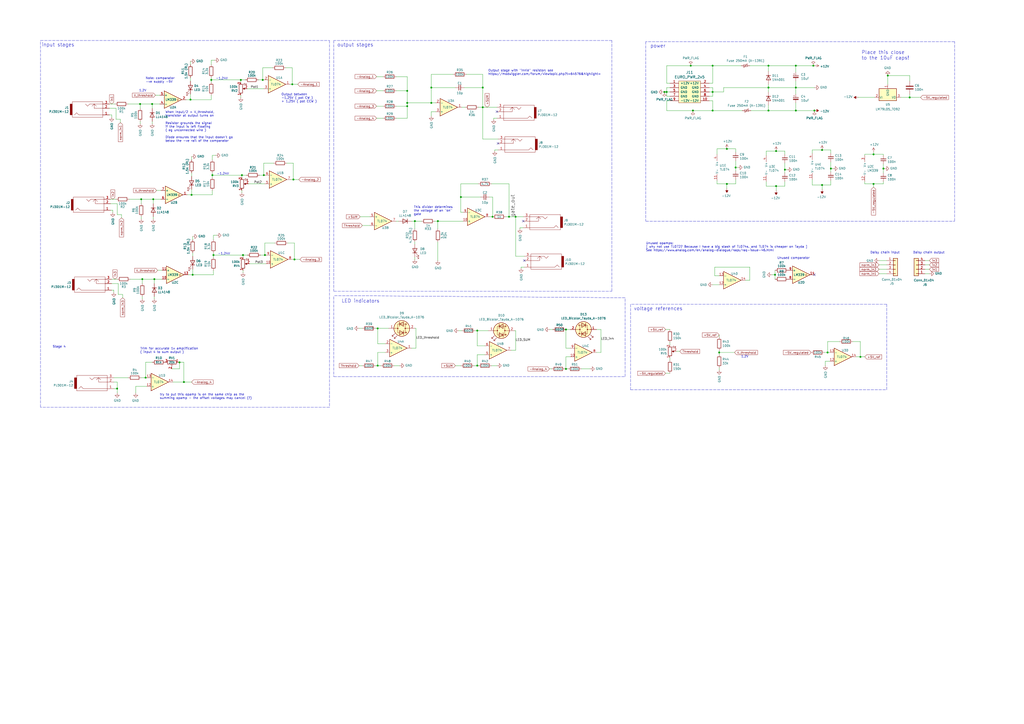
<source format=kicad_sch>
(kicad_sch (version 20211123) (generator eeschema)
  (paper "A2")
  (junction (at 240.665 128.27))
  (junction (at 276.86 191.77))
  (junction (at 413.385 53.34))
  (junction (at 450.215 87.63))
  (junction (at 480.06 204.47))
  (junction (at 481.965 97.79))
  (junction (at 139.7 46.355))
  (junction (at 67.945 225.425))
  (junction (at 385.445 53.34))
  (junction (at 123.825 147.955))
  (junction (at 123.19 101.6))
  (junction (at 111.125 113.03))
  (junction (at 506.73 89.535))
  (junction (at 219.075 212.09))
  (junction (at 236.22 61.595))
  (junction (at 514.985 43.815))
  (junction (at 449.58 159.385))
  (junction (at 111.76 159.385))
  (junction (at 461.645 64.135))
  (junction (at 421.64 106.68))
  (junction (at 472.44 64.135))
  (junction (at 89.535 161.925))
  (junction (at 276.86 212.09))
  (junction (at 170.18 104.14))
  (junction (at 106.68 221.615))
  (junction (at 110.49 57.785))
  (junction (at 153.67 147.955))
  (junction (at 417.195 204.47))
  (junction (at 169.545 48.895))
  (junction (at 413.385 38.1))
  (junction (at 328.295 191.135))
  (junction (at 82.55 161.925))
  (junction (at 421.64 86.36))
  (junction (at 219.075 190.5))
  (junction (at 280.035 50.8))
  (junction (at 153.035 101.6))
  (junction (at 445.77 38.1))
  (junction (at 445.77 64.135))
  (junction (at 84.455 219.075))
  (junction (at 461.645 50.8))
  (junction (at 445.77 50.8))
  (junction (at 506.73 106.68))
  (junction (at 236.22 52.705))
  (junction (at 267.335 114.3))
  (junction (at 471.805 38.1))
  (junction (at 280.035 62.23))
  (junction (at 400.685 38.1))
  (junction (at 285.75 125.73))
  (junction (at 88.9 115.57))
  (junction (at 476.885 86.995))
  (junction (at 476.885 107.315))
  (junction (at 455.295 98.425))
  (junction (at 328.295 213.995))
  (junction (at 170.815 150.495))
  (junction (at 461.645 38.1))
  (junction (at 527.685 56.515))
  (junction (at 250.19 50.8))
  (junction (at 81.915 115.57))
  (junction (at 140.97 147.955))
  (junction (at 295.275 125.73))
  (junction (at 386.715 53.34))
  (junction (at 512.445 97.79))
  (junction (at 104.14 210.185))
  (junction (at 254 128.27))
  (junction (at 450.215 107.95))
  (junction (at 236.22 59.69))
  (junction (at 122.555 46.355))
  (junction (at 250.19 59.69))
  (junction (at 413.385 64.135))
  (junction (at 499.11 207.01))
  (junction (at 88.265 60.325))
  (junction (at 81.28 60.325))
  (junction (at 152.4 46.355))
  (junction (at 140.335 101.6))
  (junction (at 299.085 125.73))
  (junction (at 426.72 97.155))
  (junction (at 401.955 64.135))
  (no_connect (at 472.44 159.385))
  (no_connect (at 304.165 151.13))
  (no_connect (at 288.925 83.185))
  (no_connect (at 303.53 128.27))
  (no_connect (at 288.29 64.77))
  (wire (pts (xy 153.035 94.615) (xy 153.035 101.6)))
  (wire (pts (xy 400.685 38.1) (xy 413.385 38.1)))
  (wire (pts (xy 64.77 66.675) (xy 64.77 67.945)))
  (wire (pts (xy 421.64 86.36) (xy 426.72 86.36)))
  (wire (pts (xy 299.085 125.73) (xy 299.085 148.59)))
  (wire (pts (xy 108.585 113.03) (xy 111.125 113.03)))
  (wire (pts (xy 426.72 106.68) (xy 421.64 106.68)))
  (wire (pts (xy 82.55 161.925) (xy 89.535 161.925)))
  (wire (pts (xy 501.65 106.68) (xy 506.73 106.68)))
  (wire (pts (xy 512.445 95.25) (xy 512.445 97.79)))
  (wire (pts (xy 509.905 156.21) (xy 514.35 156.21)))
  (wire (pts (xy 165.735 39.37) (xy 169.545 39.37)))
  (wire (pts (xy 539.115 153.67) (xy 536.575 153.67)))
  (polyline (pts (xy 365.76 176.53) (xy 365.76 226.06)))
  (wire (pts (xy 534.035 56.515) (xy 527.685 56.515)))
  (wire (pts (xy 471.17 86.995) (xy 476.885 86.995)))
  (wire (pts (xy 417.195 204.47) (xy 426.085 204.47)))
  (wire (pts (xy 143.51 147.955) (xy 140.97 147.955)))
  (wire (pts (xy 461.645 46.99) (xy 461.645 50.8)))
  (wire (pts (xy 386.715 64.135) (xy 401.955 64.135)))
  (wire (pts (xy 386.715 53.34) (xy 386.715 55.88)))
  (wire (pts (xy 140.97 156.845) (xy 140.97 158.115)))
  (wire (pts (xy 386.715 53.34) (xy 385.445 53.34)))
  (wire (pts (xy 513.08 97.79) (xy 512.445 97.79)))
  (wire (pts (xy 222.25 61.595) (xy 218.44 61.595)))
  (wire (pts (xy 539.115 158.75) (xy 536.575 158.75)))
  (wire (pts (xy 151.13 147.955) (xy 153.67 147.955)))
  (wire (pts (xy 111.125 109.855) (xy 111.125 113.03)))
  (wire (pts (xy 106.68 210.185) (xy 106.68 221.615)))
  (wire (pts (xy 478.155 204.47) (xy 480.06 204.47)))
  (wire (pts (xy 481.965 86.995) (xy 481.965 88.9)))
  (wire (pts (xy 413.385 58.42) (xy 411.48 58.42)))
  (wire (pts (xy 123.825 156.845) (xy 123.825 159.385)))
  (wire (pts (xy 480.06 198.12) (xy 480.06 204.47)))
  (wire (pts (xy 386.715 50.8) (xy 386.715 53.34)))
  (wire (pts (xy 413.385 53.34) (xy 419.735 53.34)))
  (wire (pts (xy 450.215 107.95) (xy 450.215 110.49)))
  (wire (pts (xy 214.63 125.73) (xy 208.915 125.73)))
  (wire (pts (xy 88.265 62.865) (xy 88.265 60.325)))
  (polyline (pts (xy 354.965 168.91) (xy 354.965 23.495)))
  (wire (pts (xy 88.9 118.11) (xy 88.9 115.57)))
  (wire (pts (xy 481.965 97.79) (xy 481.965 99.695)))
  (wire (pts (xy 254 128.27) (xy 268.605 128.27)))
  (wire (pts (xy 430.53 64.135) (xy 413.385 64.135)))
  (wire (pts (xy 67.945 225.425) (xy 67.945 227.965)))
  (wire (pts (xy 288.29 68.58) (xy 286.385 68.58)))
  (wire (pts (xy 93.98 156.845) (xy 91.44 156.845)))
  (wire (pts (xy 240.665 149.225) (xy 240.665 150.495)))
  (wire (pts (xy 394.335 203.835) (xy 392.43 203.835)))
  (wire (pts (xy 278.765 114.3) (xy 267.335 114.3)))
  (wire (pts (xy 153.035 51.435) (xy 143.51 51.435)))
  (wire (pts (xy 288.29 212.09) (xy 285.115 212.09)))
  (wire (pts (xy 269.24 50.8) (xy 280.035 50.8)))
  (wire (pts (xy 268.605 123.19) (xy 267.335 123.19)))
  (wire (pts (xy 476.885 107.315) (xy 476.885 109.855)))
  (wire (pts (xy 522.605 56.515) (xy 527.685 56.515)))
  (wire (pts (xy 236.22 68.58) (xy 229.87 68.58)))
  (wire (pts (xy 328.295 207.01) (xy 328.295 213.995)))
  (wire (pts (xy 494.665 198.12) (xy 499.11 198.12)))
  (wire (pts (xy 81.915 115.57) (xy 88.9 115.57)))
  (wire (pts (xy 81.28 60.325) (xy 88.265 60.325)))
  (wire (pts (xy 287.02 86.995) (xy 287.02 87.63)))
  (wire (pts (xy 111.125 100.33) (xy 111.125 102.235)))
  (wire (pts (xy 140.97 147.955) (xy 140.97 149.225)))
  (wire (pts (xy 81.915 115.57) (xy 81.915 118.11)))
  (wire (pts (xy 67.945 161.925) (xy 64.77 161.925)))
  (wire (pts (xy 539.115 151.13) (xy 536.575 151.13)))
  (wire (pts (xy 88.265 60.325) (xy 92.71 60.325)))
  (wire (pts (xy 471.17 88.9) (xy 471.17 86.995)))
  (wire (pts (xy 125.095 90.17) (xy 123.19 90.17)))
  (wire (pts (xy 238.76 128.27) (xy 240.665 128.27)))
  (wire (pts (xy 276.86 200.66) (xy 276.86 191.77)))
  (wire (pts (xy 330.835 201.93) (xy 328.295 201.93)))
  (wire (pts (xy 481.965 107.315) (xy 476.885 107.315)))
  (wire (pts (xy 219.075 212.09) (xy 217.805 212.09)))
  (wire (pts (xy 88.9 125.73) (xy 88.9 127)))
  (wire (pts (xy 386.715 58.42) (xy 386.715 64.135)))
  (wire (pts (xy 388.62 53.34) (xy 386.715 53.34)))
  (polyline (pts (xy 191.135 23.495) (xy 191.135 236.22)))
  (wire (pts (xy 426.72 104.14) (xy 426.72 106.68)))
  (wire (pts (xy 140.335 101.6) (xy 140.335 102.87)))
  (wire (pts (xy 67.945 124.46) (xy 70.485 124.46)))
  (polyline (pts (xy 365.76 226.06) (xy 514.35 226.06)))
  (wire (pts (xy 67.945 118.11) (xy 67.945 124.46)))
  (wire (pts (xy 386.715 55.88) (xy 388.62 55.88)))
  (wire (pts (xy 444.5 87.63) (xy 450.215 87.63)))
  (wire (pts (xy 250.19 59.69) (xy 250.19 50.8)))
  (wire (pts (xy 539.115 156.21) (xy 536.575 156.21)))
  (wire (pts (xy 299.085 148.59) (xy 304.165 148.59)))
  (wire (pts (xy 67.31 62.865) (xy 67.31 69.215)))
  (wire (pts (xy 267.97 62.23) (xy 269.875 62.23)))
  (wire (pts (xy 158.115 39.37) (xy 152.4 39.37)))
  (wire (pts (xy 514.35 153.67) (xy 509.905 153.67)))
  (wire (pts (xy 107.95 57.785) (xy 110.49 57.785)))
  (wire (pts (xy 285.115 106.68) (xy 295.275 106.68)))
  (wire (pts (xy 64.77 164.465) (xy 68.58 164.465)))
  (wire (pts (xy 70.485 124.46) (xy 70.485 126.365)))
  (wire (pts (xy 63.5 62.865) (xy 67.31 62.865)))
  (wire (pts (xy 496.57 207.01) (xy 499.11 207.01)))
  (wire (pts (xy 71.12 170.815) (xy 71.12 172.72)))
  (wire (pts (xy 480.06 204.47) (xy 481.33 204.47)))
  (wire (pts (xy 288.925 86.995) (xy 287.02 86.995)))
  (wire (pts (xy 229.87 61.595) (xy 236.22 61.595)))
  (wire (pts (xy 250.19 64.77) (xy 250.19 67.31)))
  (polyline (pts (xy 23.495 236.22) (xy 23.495 23.495)))
  (wire (pts (xy 267.97 191.77) (xy 266.065 191.77)))
  (wire (pts (xy 67.31 115.57) (xy 64.135 115.57)))
  (wire (pts (xy 413.385 53.34) (xy 413.385 55.88)))
  (wire (pts (xy 348.615 204.47) (xy 346.075 204.47)))
  (wire (pts (xy 283.845 114.3) (xy 285.75 114.3)))
  (wire (pts (xy 219.075 190.5) (xy 225.425 190.5)))
  (wire (pts (xy 413.385 50.8) (xy 413.385 53.34)))
  (wire (pts (xy 512.445 97.79) (xy 512.445 100.33)))
  (wire (pts (xy 280.035 50.8) (xy 280.035 62.23)))
  (wire (pts (xy 388.62 50.8) (xy 386.715 50.8)))
  (polyline (pts (xy 553.72 24.13) (xy 374.65 24.13)))
  (wire (pts (xy 267.335 106.68) (xy 277.495 106.68)))
  (wire (pts (xy 222.25 44.45) (xy 218.44 44.45)))
  (polyline (pts (xy 374.65 24.13) (xy 374.65 128.27)))
  (wire (pts (xy 111.76 159.385) (xy 123.825 159.385)))
  (wire (pts (xy 417.195 204.47) (xy 417.195 205.74)))
  (wire (pts (xy 142.875 101.6) (xy 140.335 101.6)))
  (wire (pts (xy 68.58 164.465) (xy 68.58 170.815)))
  (wire (pts (xy 254 128.27) (xy 252.095 128.27)))
  (wire (pts (xy 330.835 191.135) (xy 328.295 191.135)))
  (wire (pts (xy 125.73 136.525) (xy 123.825 136.525)))
  (wire (pts (xy 386.715 38.1) (xy 400.685 38.1)))
  (wire (pts (xy 411.48 53.34) (xy 413.385 53.34)))
  (wire (pts (xy 170.18 104.14) (xy 168.91 104.14)))
  (wire (pts (xy 82.55 161.925) (xy 82.55 164.465)))
  (wire (pts (xy 140.97 147.955) (xy 123.825 147.955)))
  (wire (pts (xy 471.805 38.1) (xy 472.44 38.1)))
  (wire (pts (xy 348.615 191.135) (xy 346.075 191.135)))
  (wire (pts (xy 476.885 86.995) (xy 481.965 86.995)))
  (wire (pts (xy 445.77 64.135) (xy 435.61 64.135)))
  (wire (pts (xy 106.68 221.615) (xy 100.33 221.615)))
  (wire (pts (xy 497.84 56.515) (xy 507.365 56.515)))
  (polyline (pts (xy 514.35 226.06) (xy 514.35 176.53)))
  (wire (pts (xy 210.185 190.5) (xy 208.28 190.5)))
  (wire (pts (xy 411.48 50.8) (xy 413.385 50.8)))
  (wire (pts (xy 303.53 132.08) (xy 301.625 132.08)))
  (wire (pts (xy 501.65 90.17) (xy 501.65 89.535)))
  (wire (pts (xy 223.52 199.39) (xy 219.075 199.39)))
  (wire (pts (xy 111.76 139.065) (xy 111.76 137.16)))
  (wire (pts (xy 152.4 46.355) (xy 153.035 46.355)))
  (wire (pts (xy 426.72 93.345) (xy 426.72 97.155)))
  (wire (pts (xy 170.815 150.495) (xy 173.99 150.495)))
  (wire (pts (xy 487.045 198.12) (xy 480.06 198.12)))
  (wire (pts (xy 280.035 80.645) (xy 280.035 62.23)))
  (wire (pts (xy 111.125 92.71) (xy 111.125 90.805)))
  (wire (pts (xy 104.14 213.995) (xy 99.695 213.995)))
  (wire (pts (xy 111.125 221.615) (xy 106.68 221.615)))
  (wire (pts (xy 299.085 203.2) (xy 296.545 203.2)))
  (wire (pts (xy 64.77 168.275) (xy 66.04 168.275)))
  (wire (pts (xy 413.385 48.26) (xy 411.48 48.26)))
  (wire (pts (xy 415.925 104.775) (xy 415.925 106.68)))
  (wire (pts (xy 449.58 159.385) (xy 447.675 159.385)))
  (wire (pts (xy 455.295 87.63) (xy 455.295 89.535)))
  (wire (pts (xy 280.035 43.18) (xy 280.035 50.8)))
  (wire (pts (xy 445.77 38.1) (xy 445.77 41.275)))
  (wire (pts (xy 471.17 104.14) (xy 471.17 107.315)))
  (wire (pts (xy 240.665 128.27) (xy 240.665 132.715)))
  (wire (pts (xy 506.73 88.265) (xy 506.73 89.535)))
  (wire (pts (xy 250.19 50.8) (xy 264.16 50.8)))
  (wire (pts (xy 78.74 224.155) (xy 78.74 227.965)))
  (wire (pts (xy 111.125 113.03) (xy 123.19 113.03)))
  (wire (pts (xy 320.675 191.135) (xy 318.77 191.135)))
  (wire (pts (xy 415.925 86.36) (xy 421.64 86.36)))
  (wire (pts (xy 471.17 107.315) (xy 476.885 107.315)))
  (wire (pts (xy 236.22 61.595) (xy 236.22 68.58)))
  (wire (pts (xy 219.075 204.47) (xy 223.52 204.47)))
  (wire (pts (xy 169.545 39.37) (xy 169.545 48.895)))
  (polyline (pts (xy 191.135 236.22) (xy 23.495 236.22)))
  (wire (pts (xy 254 132.715) (xy 254 128.27)))
  (wire (pts (xy 158.75 94.615) (xy 153.035 94.615)))
  (wire (pts (xy 288.925 80.645) (xy 280.035 80.645)))
  (wire (pts (xy 150.495 101.6) (xy 153.035 101.6)))
  (wire (pts (xy 445.77 50.8) (xy 445.77 53.34)))
  (wire (pts (xy 220.98 212.09) (xy 219.075 212.09)))
  (wire (pts (xy 104.14 210.185) (xy 104.14 213.995)))
  (wire (pts (xy 74.93 115.57) (xy 81.915 115.57)))
  (wire (pts (xy 122.555 55.245) (xy 122.555 57.785)))
  (wire (pts (xy 84.455 219.075) (xy 85.09 219.075)))
  (wire (pts (xy 276.86 205.74) (xy 281.305 205.74)))
  (wire (pts (xy 89.535 172.085) (xy 89.535 173.355)))
  (wire (pts (xy 455.295 98.425) (xy 455.295 100.33)))
  (wire (pts (xy 285.75 114.3) (xy 285.75 125.73)))
  (wire (pts (xy 85.09 224.155) (xy 78.74 224.155)))
  (wire (pts (xy 250.19 59.69) (xy 252.73 59.69)))
  (wire (pts (xy 417.195 165.1) (xy 413.385 165.1)))
  (polyline (pts (xy 362.585 172.72) (xy 193.675 171.45)))
  (wire (pts (xy 88.9 115.57) (xy 93.345 115.57)))
  (wire (pts (xy 68.58 170.815) (xy 71.12 170.815)))
  (wire (pts (xy 461.645 64.135) (xy 472.44 64.135)))
  (wire (pts (xy 262.89 43.18) (xy 250.19 43.18)))
  (wire (pts (xy 123.825 147.955) (xy 123.825 149.225)))
  (polyline (pts (xy 514.35 176.53) (xy 365.76 176.53)))
  (wire (pts (xy 388.62 207.645) (xy 388.62 208.915)))
  (wire (pts (xy 421.64 106.68) (xy 421.64 109.22)))
  (wire (pts (xy 64.135 121.92) (xy 65.405 121.92)))
  (wire (pts (xy 153.67 140.97) (xy 153.67 147.955)))
  (wire (pts (xy 267.335 114.3) (xy 267.335 106.68)))
  (wire (pts (xy 244.475 128.27) (xy 240.665 128.27)))
  (wire (pts (xy 434.975 38.1) (xy 445.77 38.1)))
  (wire (pts (xy 123.19 110.49) (xy 123.19 113.03)))
  (wire (pts (xy 88.265 70.485) (xy 88.265 71.755)))
  (wire (pts (xy 139.7 46.355) (xy 139.7 47.625)))
  (wire (pts (xy 124.46 34.925) (xy 122.555 34.925)))
  (wire (pts (xy 84.455 210.185) (xy 84.455 219.075)))
  (wire (pts (xy 413.385 64.135) (xy 413.385 58.42)))
  (wire (pts (xy 455.295 105.41) (xy 455.295 107.95)))
  (wire (pts (xy 276.86 191.77) (xy 275.59 191.77)))
  (wire (pts (xy 110.49 54.61) (xy 110.49 57.785)))
  (wire (pts (xy 254 140.335) (xy 254 151.13)))
  (wire (pts (xy 417.195 194.31) (xy 417.195 195.58)))
  (wire (pts (xy 154.305 153.035) (xy 144.78 153.035)))
  (wire (pts (xy 65.405 121.92) (xy 65.405 123.19)))
  (wire (pts (xy 140.335 101.6) (xy 123.19 101.6)))
  (wire (pts (xy 252.73 64.77) (xy 250.19 64.77)))
  (wire (pts (xy 445.77 50.8) (xy 461.645 50.8)))
  (wire (pts (xy 64.135 118.11) (xy 67.945 118.11)))
  (wire (pts (xy 236.22 61.595) (xy 236.22 59.69)))
  (wire (pts (xy 89.535 164.465) (xy 89.535 161.925)))
  (wire (pts (xy 419.735 50.8) (xy 445.77 50.8)))
  (wire (pts (xy 298.45 191.77) (xy 299.085 191.77)))
  (polyline (pts (xy 362.585 218.44) (xy 362.585 172.72)))
  (wire (pts (xy 110.49 37.465) (xy 110.49 35.56)))
  (wire (pts (xy 264.16 212.09) (xy 267.335 212.09)))
  (wire (pts (xy 413.385 38.1) (xy 413.385 48.26)))
  (wire (pts (xy 267.335 123.19) (xy 267.335 114.3)))
  (wire (pts (xy 514.985 48.895) (xy 514.985 43.815)))
  (wire (pts (xy 388.62 198.755) (xy 388.62 200.025)))
  (wire (pts (xy 299.085 191.77) (xy 299.085 203.2)))
  (wire (pts (xy 109.22 159.385) (xy 111.76 159.385)))
  (wire (pts (xy 153.67 106.68) (xy 144.145 106.68)))
  (wire (pts (xy 388.62 191.135) (xy 386.08 191.135)))
  (wire (pts (xy 302.26 154.94) (xy 302.26 155.575)))
  (wire (pts (xy 67.945 221.615) (xy 67.945 225.425)))
  (wire (pts (xy 277.495 212.09) (xy 276.86 212.09)))
  (wire (pts (xy 214.63 130.81) (xy 210.185 130.81)))
  (wire (pts (xy 229.87 44.45) (xy 236.22 44.45)))
  (wire (pts (xy 169.545 48.895) (xy 168.275 48.895)))
  (wire (pts (xy 81.28 70.485) (xy 81.28 71.755)))
  (wire (pts (xy 66.04 168.275) (xy 66.04 169.545)))
  (wire (pts (xy 348.615 191.135) (xy 348.615 204.47)))
  (wire (pts (xy 455.295 98.425) (xy 456.565 98.425)))
  (wire (pts (xy 66.04 219.075) (xy 74.295 219.075)))
  (wire (pts (xy 419.735 53.34) (xy 419.735 50.8)))
  (wire (pts (xy 111.76 156.21) (xy 111.76 159.385)))
  (wire (pts (xy 170.815 140.97) (xy 170.815 150.495)))
  (wire (pts (xy 444.5 87.63) (xy 444.5 90.17)))
  (wire (pts (xy 388.62 48.26) (xy 386.715 48.26)))
  (wire (pts (xy 82.55 172.085) (xy 82.55 173.355)))
  (wire (pts (xy 240.665 190.5) (xy 241.3 190.5)))
  (wire (pts (xy 236.22 52.705) (xy 236.22 59.69)))
  (wire (pts (xy 506.73 89.535) (xy 512.445 89.535)))
  (wire (pts (xy 461.645 50.8) (xy 472.44 50.8)))
  (polyline (pts (xy 193.675 23.495) (xy 193.675 168.91)))
  (wire (pts (xy 280.035 62.23) (xy 288.29 62.23)))
  (wire (pts (xy 328.295 191.135) (xy 328.295 201.93)))
  (polyline (pts (xy 193.675 218.44) (xy 362.585 218.44)))
  (wire (pts (xy 286.385 68.58) (xy 286.385 69.215)))
  (wire (pts (xy 501.65 105.41) (xy 501.65 106.68)))
  (wire (pts (xy 139.7 55.245) (xy 139.7 56.515)))
  (wire (pts (xy 295.275 125.73) (xy 299.085 125.73)))
  (wire (pts (xy 110.49 57.785) (xy 122.555 57.785)))
  (wire (pts (xy 75.565 161.925) (xy 82.55 161.925)))
  (wire (pts (xy 159.385 140.97) (xy 153.67 140.97)))
  (wire (pts (xy 444.5 105.41) (xy 444.5 107.95)))
  (polyline (pts (xy 193.675 172.085) (xy 193.675 218.44)))
  (wire (pts (xy 281.305 200.66) (xy 276.86 200.66)))
  (wire (pts (xy 219.075 199.39) (xy 219.075 190.5)))
  (wire (pts (xy 506.73 106.68) (xy 506.73 108.585)))
  (wire (pts (xy 461.645 64.135) (xy 445.77 64.135)))
  (wire (pts (xy 449.58 159.385) (xy 449.58 161.925)))
  (wire (pts (xy 236.22 44.45) (xy 236.22 52.705)))
  (wire (pts (xy 337.185 213.995) (xy 342.265 213.995)))
  (wire (pts (xy 461.645 50.8) (xy 461.645 54.61)))
  (wire (pts (xy 426.72 97.155) (xy 427.99 97.155)))
  (wire (pts (xy 241.3 201.93) (xy 238.76 201.93)))
  (wire (pts (xy 415.925 89.535) (xy 415.925 86.36)))
  (wire (pts (xy 414.655 154.94) (xy 434.975 154.94)))
  (wire (pts (xy 506.73 106.68) (xy 512.445 106.68)))
  (wire (pts (xy 512.445 89.535) (xy 512.445 90.17)))
  (wire (pts (xy 295.275 125.73) (xy 293.37 125.73)))
  (wire (pts (xy 328.295 213.995) (xy 329.565 213.995)))
  (wire (pts (xy 81.915 219.075) (xy 84.455 219.075)))
  (wire (pts (xy 63.5 66.675) (xy 64.77 66.675)))
  (wire (pts (xy 461.645 38.1) (xy 445.77 38.1)))
  (wire (pts (xy 514.35 158.75) (xy 509.905 158.75)))
  (wire (pts (xy 386.715 48.26) (xy 386.715 38.1)))
  (wire (pts (xy 499.11 198.12) (xy 499.11 207.01)))
  (polyline (pts (xy 23.495 23.495) (xy 191.135 23.495)))
  (wire (pts (xy 241.3 190.5) (xy 241.3 201.93)))
  (wire (pts (xy 170.18 94.615) (xy 170.18 104.14)))
  (wire (pts (xy 455.295 94.615) (xy 455.295 98.425)))
  (polyline (pts (xy 374.65 128.27) (xy 553.72 128.27)))
  (wire (pts (xy 222.25 68.58) (xy 218.44 68.58)))
  (wire (pts (xy 295.275 106.68) (xy 295.275 125.73)))
  (wire (pts (xy 240.665 140.335) (xy 240.665 141.605)))
  (wire (pts (xy 93.345 110.49) (xy 90.805 110.49)))
  (wire (pts (xy 152.4 39.37) (xy 152.4 46.355)))
  (wire (pts (xy 123.825 146.685) (xy 123.825 147.955)))
  (polyline (pts (xy 193.675 168.91) (xy 354.965 168.91)))
  (wire (pts (xy 385.445 53.34) (xy 384.81 53.34)))
  (wire (pts (xy 123.19 90.17) (xy 123.19 92.71)))
  (wire (pts (xy 89.535 161.925) (xy 93.98 161.925)))
  (wire (pts (xy 142.24 46.355) (xy 139.7 46.355)))
  (wire (pts (xy 413.385 55.88) (xy 411.48 55.88)))
  (wire (pts (xy 123.19 100.33) (xy 123.19 101.6)))
  (wire (pts (xy 231.14 128.27) (xy 229.87 128.27)))
  (wire (pts (xy 66.04 225.425) (xy 67.945 225.425)))
  (wire (pts (xy 149.86 46.355) (xy 152.4 46.355)))
  (wire (pts (xy 481.33 209.55) (xy 478.79 209.55)))
  (wire (pts (xy 434.975 162.56) (xy 432.435 162.56)))
  (wire (pts (xy 270.51 43.18) (xy 280.035 43.18)))
  (wire (pts (xy 229.87 52.705) (xy 236.22 52.705)))
  (wire (pts (xy 166.37 94.615) (xy 170.18 94.615)))
  (wire (pts (xy 222.25 52.705) (xy 218.44 52.705)))
  (wire (pts (xy 170.815 150.495) (xy 169.545 150.495)))
  (wire (pts (xy 123.19 101.6) (xy 123.19 102.87)))
  (wire (pts (xy 318.77 213.995) (xy 320.04 213.995)))
  (wire (pts (xy 280.035 62.23) (xy 277.495 62.23)))
  (wire (pts (xy 104.14 210.185) (xy 103.505 210.185)))
  (wire (pts (xy 122.555 45.085) (xy 122.555 46.355)))
  (wire (pts (xy 92.71 55.245) (xy 90.17 55.245)))
  (wire (pts (xy 481.965 97.79) (xy 483.235 97.79)))
  (wire (pts (xy 478.79 209.55) (xy 478.79 212.09)))
  (wire (pts (xy 455.295 107.95) (xy 450.215 107.95)))
  (wire (pts (xy 81.28 60.325) (xy 81.28 62.865)))
  (wire (pts (xy 445.77 48.895) (xy 445.77 50.8)))
  (wire (pts (xy 417.195 160.02) (xy 414.655 160.02)))
  (wire (pts (xy 481.965 104.775) (xy 481.965 107.315)))
  (polyline (pts (xy 354.965 23.495) (xy 193.675 23.495)))
  (wire (pts (xy 81.915 125.73) (xy 81.915 127)))
  (wire (pts (xy 69.85 69.215) (xy 69.85 71.12)))
  (wire (pts (xy 139.7 46.355) (xy 122.555 46.355)))
  (wire (pts (xy 74.295 60.325) (xy 81.28 60.325)))
  (wire (pts (xy 167.005 140.97) (xy 170.815 140.97)))
  (wire (pts (xy 461.645 38.1) (xy 461.645 41.91)))
  (wire (pts (xy 388.62 216.535) (xy 386.08 216.535)))
  (wire (pts (xy 66.04 221.615) (xy 67.945 221.615)))
  (wire (pts (xy 250.19 43.18) (xy 250.19 50.8)))
  (wire (pts (xy 512.445 106.68) (xy 512.445 105.41)))
  (wire (pts (xy 285.75 125.73) (xy 283.845 125.73)))
  (wire (pts (xy 219.075 190.5) (xy 217.805 190.5)))
  (wire (pts (xy 210.185 212.09) (xy 208.28 212.09)))
  (wire (pts (xy 509.905 151.13) (xy 514.35 151.13)))
  (wire (pts (xy 461.645 59.69) (xy 461.645 64.135)))
  (wire (pts (xy 413.385 38.1) (xy 429.895 38.1)))
  (wire (pts (xy 450.215 87.63) (xy 455.295 87.63)))
  (wire (pts (xy 527.685 46.99) (xy 527.685 43.815)))
  (wire (pts (xy 66.675 60.325) (xy 63.5 60.325)))
  (wire (pts (xy 122.555 34.925) (xy 122.555 37.465)))
  (wire (pts (xy 303.53 125.73) (xy 299.085 125.73)))
  (wire (pts (xy 415.925 106.68) (xy 421.64 106.68)))
  (wire (pts (xy 170.18 104.14) (xy 173.355 104.14)))
  (wire (pts (xy 501.65 89.535) (xy 506.73 89.535)))
  (wire (pts (xy 231.775 212.09) (xy 228.6 212.09)))
  (wire (pts (xy 122.555 46.355) (xy 122.555 47.625)))
  (polyline (pts (xy 553.72 128.27) (xy 553.72 24.13)))
  (wire (pts (xy 236.22 59.69) (xy 250.19 59.69)))
  (wire (pts (xy 481.965 93.98) (xy 481.965 97.79)))
  (wire (pts (xy 276.86 212.09) (xy 274.955 212.09)))
  (wire (pts (xy 106.68 210.185) (xy 104.14 210.185)))
  (wire (pts (xy 169.545 48.895) (xy 172.72 48.895)))
  (wire (pts (xy 111.76 146.685) (xy 111.76 148.59)))
  (wire (pts (xy 67.31 69.215) (xy 69.85 69.215)))
  (wire (pts (xy 328.295 213.995) (xy 327.66 213.995)))
  (wire (pts (xy 301.625 132.08) (xy 301.625 132.715)))
  (wire (pts (xy 330.835 207.01) (xy 328.295 207.01)))
  (wire (pts (xy 414.655 160.02) (xy 414.655 154.94)))
  (wire (pts (xy 417.195 203.2) (xy 417.195 204.47)))
  (wire (pts (xy 153.035 101.6) (xy 153.67 101.6)))
  (wire (pts (xy 445.77 60.96) (xy 445.77 64.135)))
  (wire (pts (xy 401.955 64.135) (xy 413.385 64.135)))
  (wire (pts (xy 276.86 191.77) (xy 283.21 191.77)))
  (wire (pts (xy 304.165 154.94) (xy 302.26 154.94)))
  (wire (pts (xy 499.11 207.01) (xy 501.65 207.01)))
  (wire (pts (xy 444.5 107.95) (xy 450.215 107.95)))
  (wire (pts (xy 88.265 210.185) (xy 84.455 210.185)))
  (wire (pts (xy 110.49 45.085) (xy 110.49 46.99)))
  (wire (pts (xy 417.195 213.36) (xy 417.195 214.63)))
  (wire (pts (xy 449.58 156.845) (xy 449.58 159.385)))
  (wire (pts (xy 426.72 86.36) (xy 426.72 88.265)))
  (wire (pts (xy 219.075 204.47) (xy 219.075 212.09)))
  (wire (pts (xy 140.335 110.49) (xy 140.335 111.76)))
  (wire (pts (xy 426.72 97.155) (xy 426.72 99.06)))
  (wire (pts (xy 461.645 38.1) (xy 471.805 38.1)))
  (wire (pts (xy 388.62 58.42) (xy 386.715 58.42)))
  (wire (pts (xy 527.685 56.515) (xy 527.685 54.61)))
  (wire (pts (xy 527.685 43.815) (xy 514.985 43.815)))
  (wire (pts (xy 123.825 136.525) (xy 123.825 139.065)))
  (wire (pts (xy 153.67 147.955) (xy 154.305 147.955)))
  (wire (pts (xy 276.86 205.74) (xy 276.86 212.09)))
  (wire (pts (xy 434.975 154.94) (xy 434.975 162.56)))
  (text "Trim for accurate 1x amplification\n( input 4 to sum output )" (at 81.28 205.105 0) (effects (font (size 1.27 1.27)) (justify left bottom)))
  (text "-1.24V" (at 126.365 147.955 0) (effects (font (size 1.27 1.27)) (justify left bottom)))
  (text "-1.24V" (at 125.095 46.355 0) (effects (font (size 1.27 1.27)) (justify left bottom)))
  (text "voltage references" (at 367.665 180.34 0) (effects (font (size 2.0066 2.0066)) (justify left bottom)))
  (text "Unused comparator" (at 450.85 150.495 0) (effects (font (size 1.27 1.27)) (justify left bottom)))
  (text "input stages" (at 24.13 27.305 0) (effects (font (size 2.0066 2.0066)) (justify left bottom)))
  (text "output stages" (at 195.58 27.305 0) (effects (font (size 2.0066 2.0066)) (justify left bottom)))
  (text "Unused opamps:\n[ why not use TL072? Because I have a big stash of TL074s, and TL074 is cheaper on Tayda ]\nSee https://www.analog.com/en/analog-dialogue/raqs/raq-issue-46.html" (at 374.65 146.05 0) (effects (font (size 1.27 1.27)) (justify left bottom)))
  (text "Stage 4" (at 30.48 201.93 0) (effects (font (size 1.27 1.27)) (justify left bottom)))
  (text "try to put this opamp is on the same chip as the\nsumming opamp - the offset voltages may cancel (?)" (at 92.71 231.775 0) (effects (font (size 1.27 1.27)) (justify left bottom)))
  (text "LED indicators" (at 198.12 175.895 0) (effects (font (size 2.0066 2.0066)) (justify left bottom)))
  (text "1.2V" (at 429.895 207.645 0) (effects (font (size 1.27 1.27)) (justify left bottom)))
  (text "Output stage with \"innie\" resistor: see \nhttps://modwiggler.com/forum/viewtopic.php?t=64576&highlight=" (at 283.21 43.815 0) (effects (font (size 1.27 1.27)) (justify left bottom)))
  (text "Note: comparator\n-ve supply -5V" (at 84.455 48.26 0) (effects (font (size 1.27 1.27)) (justify left bottom)))
  (text "When Input/2 > V_threshold, \ntransistor at output turns on " (at 95.885 67.945 0) (effects (font (size 1.27 1.27)) (justify left bottom)))
  (text "This divider determines\nthe voltage of an \"on\" \ngate" (at 240.03 125.095 0) (effects (font (size 1.27 1.27)) (justify left bottom)))
  (text "Daisy chain output" (at 529.59 147.32 0) (effects (font (size 1.27 1.27)) (justify left bottom)))
  (text "Daisy chain input" (at 504.825 147.32 0) (effects (font (size 1.27 1.27)) (justify left bottom)))
  (text "Place this close \nto the 10uF caps!" (at 499.745 34.925 0) (effects (font (size 2.0066 2.0066)) (justify left bottom)))
  (text "-1.24V" (at 125.73 101.6 0) (effects (font (size 1.27 1.27)) (justify left bottom)))
  (text "power" (at 377.19 27.94 0) (effects (font (size 2.0066 2.0066)) (justify left bottom)))
  (text "Resistor grounds the signal\nif the input is left floating\n( eg unconnected wire )\n\nDiode ensures that the input doesn't go \nbelow the -ve rail of the comparator" (at 95.885 82.55 0) (effects (font (size 1.27 1.27)) (justify left bottom)))
  (text "Output between \n-1.25V ( pot CW )\n+ 1.25V ( pot CCW )" (at 163.195 59.69 0) (effects (font (size 1.27 1.27)) (justify left bottom)))
  (text "1.2V" (at 80.645 53.34 0) (effects (font (size 1.27 1.27)) (justify left bottom)))
  (label "Pot3" (at 147.955 153.035 0))
  (label "LED_in4" (at 348.615 197.485 0))
  (label "LED_threshold" (at 241.3 196.85 0))
  (label "LED_SUM" (at 299.085 198.12 0))
  (label "gate_out" (at 299.085 125.73 90) (effects (font (size 2.0066 2.0066))))
  (label "Pot2" (at 147.32 106.68 0))
  (label "Pot1" (at 145.415 51.435 0))
  (global_label "-5V_regulated" (shape input) (at 386.08 216.535 180) (property "Intersheet References" "${INTERSHEET_REFS}" (effects hide)))
  (global_label "Threshold" (shape input) (at 210.185 130.81 180) (property "Intersheet References" "${INTERSHEET_REFS}" (effects hide)))
  (global_label "+SUM" (shape input) (at 282.575 62.23 90) (property "Intersheet References" "${INTERSHEET_REFS}" (effects hide)))
  (global_label "+5V_ref" (shape input) (at 386.08 191.135 180) (property "Intersheet References" "${INTERSHEET_REFS}" (effects hide)))
  (global_label "-5V_regulated" (shape input) (at 470.535 204.47 180) (property "Intersheet References" "${INTERSHEET_REFS}" (effects hide)))
  (global_label "-Analog_3" (shape input) (at 218.44 61.595 180) (property "Intersheet References" "${INTERSHEET_REFS}" (effects hide)))
  (global_label "+5V_ref" (shape input) (at 417.195 194.31 180) (property "Intersheet References" "${INTERSHEET_REFS}" (effects hide)))
  (global_label "Threshold" (shape input) (at 394.335 203.835 0) (property "Intersheet References" "${INTERSHEET_REFS}" (effects hide)))
  (global_label "norm_in2" (shape input) (at 70.485 126.365 270) (property "Intersheet References" "${INTERSHEET_REFS}" (effects hide)))
  (global_label "-Analog_2" (shape input) (at 218.44 52.705 180) (property "Intersheet References" "${INTERSHEET_REFS}" (effects hide)))
  (global_label "in1" (shape input) (at 64.77 60.325 90) (property "Intersheet References" "${INTERSHEET_REFS}" (effects hide)))
  (global_label "+SUM" (shape input) (at 264.16 212.09 180) (property "Intersheet References" "${INTERSHEET_REFS}" (effects hide)))
  (global_label "norm_in3" (shape input) (at 71.12 172.72 270) (property "Intersheet References" "${INTERSHEET_REFS}" (effects hide)))
  (global_label "+5V_ref" (shape input) (at 501.65 207.01 0) (property "Intersheet References" "${INTERSHEET_REFS}" (effects hide)))
  (global_label "-Analog_4" (shape input) (at 218.44 68.58 180) (property "Intersheet References" "${INTERSHEET_REFS}" (effects hide)))
  (global_label "-Analog_2" (shape input) (at 173.355 104.14 0) (property "Intersheet References" "${INTERSHEET_REFS}" (effects hide)))
  (global_label "V_threshold" (shape input) (at 90.17 55.245 180) (property "Intersheet References" "${INTERSHEET_REFS}" (effects hide)))
  (global_label "in3" (shape input) (at 539.115 151.13 0) (property "Intersheet References" "${INTERSHEET_REFS}" (effects hide)))
  (global_label "norm_in1" (shape input) (at 69.85 71.12 270) (property "Intersheet References" "${INTERSHEET_REFS}" (effects hide)))
  (global_label "V_threshold" (shape input) (at 91.44 156.845 180) (property "Intersheet References" "${INTERSHEET_REFS}" (effects hide)))
  (global_label "-Analog_1" (shape input) (at 218.44 44.45 180) (property "Intersheet References" "${INTERSHEET_REFS}" (effects hide)))
  (global_label "norm_in2" (shape input) (at 509.905 156.21 180) (property "Intersheet References" "${INTERSHEET_REFS}" (effects hide)))
  (global_label "norm_in1" (shape input) (at 509.905 158.75 180) (property "Intersheet References" "${INTERSHEET_REFS}" (effects hide)))
  (global_label "-Analog_4" (shape input) (at 318.77 213.995 180) (property "Intersheet References" "${INTERSHEET_REFS}" (effects hide)))
  (global_label "V_threshold" (shape input) (at 90.805 110.49 180) (property "Intersheet References" "${INTERSHEET_REFS}" (effects hide)))
  (global_label "in3" (shape input) (at 66.675 161.925 90) (property "Intersheet References" "${INTERSHEET_REFS}" (effects hide)))
  (global_label "-Analog_4" (shape input) (at 111.125 221.615 0) (property "Intersheet References" "${INTERSHEET_REFS}" (effects hide)))
  (global_label "in2" (shape input) (at 539.115 153.67 0) (property "Intersheet References" "${INTERSHEET_REFS}" (effects hide)))
  (global_label "-Analog_3" (shape input) (at 173.99 150.495 0) (property "Intersheet References" "${INTERSHEET_REFS}" (effects hide)))
  (global_label "-5V_regulated" (shape input) (at 534.035 56.515 0) (property "Intersheet References" "${INTERSHEET_REFS}" (effects hide)))
  (global_label "+SUM" (shape input) (at 208.915 125.73 180) (property "Intersheet References" "${INTERSHEET_REFS}" (effects hide)))
  (global_label "-5V_regulated" (shape input) (at 506.73 108.585 270) (property "Intersheet References" "${INTERSHEET_REFS}" (effects hide)))
  (global_label "V_threshold" (shape input) (at 426.085 204.47 0) (property "Intersheet References" "${INTERSHEET_REFS}" (effects hide)))
  (global_label "-Analog_1" (shape input) (at 172.72 48.895 0) (property "Intersheet References" "${INTERSHEET_REFS}" (effects hide)))
  (global_label "in1" (shape input) (at 539.115 156.21 0) (property "Intersheet References" "${INTERSHEET_REFS}" (effects hide)))
  (global_label "norm_in3" (shape input) (at 509.905 153.67 180) (property "Intersheet References" "${INTERSHEET_REFS}" (effects hide)))
  (global_label "in2" (shape input) (at 65.405 115.57 90) (property "Intersheet References" "${INTERSHEET_REFS}" (effects hide)))
  (global_label "Threshold" (shape input) (at 208.28 212.09 180) (property "Intersheet References" "${INTERSHEET_REFS}" (effects hide)))
  (symbol (lib_id "Comparator:LM339") (at 504.19 97.79 0) (unit 5)
    (property "Reference" "U2" (at 503.1232 96.6216 0) (effects (justify left)))
    (property "Value" "LM339" (at 503.1232 98.933 0) (effects (justify left)))
    (property "Footprint" "Package_SO:SOIC-14_3.9x8.7mm_P1.27mm" (effects hide))
    (property "Datasheet" "https://www.st.com/resource/en/datasheet/lm139.pdf" (effects hide))
  )
  (symbol (lib_id "power:+12V") (at 506.73 88.265 0) (unit 1)
    (property "Reference" "#PWR042" (effects hide))
    (property "Value" "+12V" (at 507.111 83.8708 0))
  )
  (symbol (lib_id "Device:C_Small") (at 512.445 92.71 180) (unit 1)
    (property "Reference" "C7" (at 514.7818 91.5416 0) (effects (justify right)))
    (property "Value" "100n" (at 514.7818 93.853 0) (effects (justify right)))
    (property "Footprint" "Eurocad:C_0805_2012Metric_Pad1.15x1.40mm_HandSolder_SmallTxt" (effects hide))
  )
  (symbol (lib_id "Device:C_Small") (at 512.445 102.87 180) (unit 1)
    (property "Reference" "C8" (at 514.7818 101.7016 0) (effects (justify right)))
    (property "Value" "100n" (at 514.7818 104.013 0) (effects (justify right)))
    (property "Footprint" "Eurocad:C_0805_2012Metric_Pad1.15x1.40mm_HandSolder_SmallTxt" (effects hide))
  )
  (symbol (lib_id "power:GND") (at 417.195 214.63 0) (unit 1)
    (property "Reference" "#PWR033" (effects hide))
    (property "Value" "GND" (at 417.322 217.8812 90) (effects (justify right)))
  )
  (symbol (lib_id "Device:R") (at 417.195 199.39 0) (unit 1)
    (property "Reference" "R43" (at 418.973 198.2216 0) (effects (justify left)))
    (property "Value" "100k" (at 418.973 200.533 0) (effects (justify left)))
    (property "Footprint" "Eurocad:R_0805_2012Metric_Pad1.15x1.40mm_HandSolder_smallText" (effects hide))
  )
  (symbol (lib_id "Device:R") (at 417.195 209.55 0) (unit 1)
    (property "Reference" "R44" (at 418.973 208.3816 0) (effects (justify left)))
    (property "Value" "33k" (at 418.973 210.693 0) (effects (justify left)))
    (property "Footprint" "Eurocad:R_0805_2012Metric_Pad1.15x1.40mm_HandSolder_smallText" (effects hide))
  )
  (symbol (lib_id "eurocad:PJ301M-12") (at 52.07 62.865 0) (mirror x) (unit 1)
    (property "Reference" "J1" (at 39.9542 62.4586 0) (effects (justify right)))
    (property "Value" "PJ301M-12" (at 39.9542 64.77 0) (effects (justify right)))
    (property "Footprint" "Eurocad:PJ301M-12_Compact" (effects hide))
  )
  (symbol (lib_id "power:GND") (at 64.77 67.945 0) (unit 1)
    (property "Reference" "#PWR01" (effects hide))
    (property "Value" "GND" (at 64.897 71.1962 90) (effects (justify right)))
  )
  (symbol (lib_id "Comparator:LM339") (at 100.33 57.785 0) (unit 1)
    (property "Reference" "U2" (at 100.33 62.23 0))
    (property "Value" "LM339" (at 99.06 57.785 0))
    (property "Footprint" "Package_SO:SOIC-14_3.9x8.7mm_P1.27mm" (effects hide))
    (property "Datasheet" "https://www.st.com/resource/en/datasheet/lm139.pdf" (effects hide))
  )
  (symbol (lib_id "Device:R") (at 70.485 60.325 270) (unit 1)
    (property "Reference" "R1" (at 70.485 64.77 90))
    (property "Value" "100k" (at 70.485 62.865 90))
    (property "Footprint" "Eurocad:R_0805_2012Metric_Pad1.15x1.40mm_HandSolder_smallText" (effects hide))
  )
  (symbol (lib_id "Device:R") (at 122.555 51.435 180) (unit 1)
    (property "Reference" "R15" (at 118.11 51.435 90))
    (property "Value" "10k" (at 120.015 51.435 90))
    (property "Footprint" "Eurocad:R_0805_2012Metric_Pad1.15x1.40mm_HandSolder_smallText" (effects hide))
  )
  (symbol (lib_id "power:GND") (at 139.7 56.515 0) (unit 1)
    (property "Reference" "#PWR019" (effects hide))
    (property "Value" "GND" (at 139.827 59.7662 90) (effects (justify right)))
  )
  (symbol (lib_id "Device:R") (at 146.05 46.355 90) (unit 1)
    (property "Reference" "R20" (at 146.05 41.91 90))
    (property "Value" "100k" (at 146.05 43.815 90))
    (property "Footprint" "Eurocad:R_0805_2012Metric_Pad1.15x1.40mm_HandSolder_smallText" (effects hide))
  )
  (symbol (lib_id "Device:R") (at 161.925 39.37 90) (unit 1)
    (property "Reference" "R23" (at 161.925 34.925 90))
    (property "Value" "100k" (at 161.925 36.83 90))
    (property "Footprint" "Eurocad:R_0805_2012Metric_Pad1.15x1.40mm_HandSolder_smallText" (effects hide))
  )
  (symbol (lib_id "eurocad:Potentiometer") (at 139.7 51.435 0) (mirror x) (unit 1)
    (property "Reference" "RV2" (at 137.9474 52.6034 0) (effects (justify right)))
    (property "Value" "100k" (at 137.9474 50.292 0) (effects (justify right)))
    (property "Footprint" "Eurocad:Alpha9mmPot" (effects hide))
  )
  (symbol (lib_id "Amplifier_Operational:TL074") (at 160.655 48.895 0) (mirror x) (unit 1)
    (property "Reference" "U1" (at 161.925 45.085 0))
    (property "Value" "TL074" (at 160.02 48.895 0))
    (property "Footprint" "Package_SO:SOIC-14_3.9x8.7mm_P1.27mm" (effects hide))
    (property "Datasheet" "https://www.st.com/resource/en/datasheet/lm139.pdf" (effects hide))
  )
  (symbol (lib_id "Amplifier_Operational:TL074") (at 260.35 62.23 0) (mirror x) (unit 1)
    (property "Reference" "U3" (at 261.62 58.42 0))
    (property "Value" "TL074" (at 259.715 62.23 0))
    (property "Footprint" "Package_SO:SOIC-14_3.9x8.7mm_P1.27mm" (effects hide))
    (property "Datasheet" "http://www.ti.com/lit/ds/symlink/tl071.pdf" (effects hide))
  )
  (symbol (lib_id "power:GND") (at 250.19 67.31 0) (unit 1)
    (property "Reference" "#PWR024" (effects hide))
    (property "Value" "GND" (at 250.317 70.5612 90) (effects (justify right)))
  )
  (symbol (lib_id "Device:R") (at 226.06 44.45 270) (unit 1)
    (property "Reference" "R26" (at 226.06 41.91 90))
    (property "Value" "100k" (at 226.06 44.45 90))
    (property "Footprint" "Eurocad:R_0805_2012Metric_Pad1.15x1.40mm_HandSolder_smallText" (effects hide))
  )
  (symbol (lib_id "Device:R") (at 226.06 52.705 270) (unit 1)
    (property "Reference" "R27" (at 226.06 50.165 90))
    (property "Value" "100k" (at 226.06 52.705 90))
    (property "Footprint" "Eurocad:R_0805_2012Metric_Pad1.15x1.40mm_HandSolder_smallText" (effects hide))
  )
  (symbol (lib_id "Device:R") (at 226.06 61.595 270) (unit 1)
    (property "Reference" "R28" (at 226.06 59.055 90))
    (property "Value" "100k" (at 226.06 61.595 90))
    (property "Footprint" "Eurocad:R_0805_2012Metric_Pad1.15x1.40mm_HandSolder_smallText" (effects hide))
  )
  (symbol (lib_id "Device:R") (at 122.555 41.275 180) (unit 1)
    (property "Reference" "R14" (at 118.11 41.275 90))
    (property "Value" "3.3k" (at 120.015 41.275 90))
    (property "Footprint" "Eurocad:R_0805_2012Metric_Pad1.15x1.40mm_HandSolder_smallText" (effects hide))
  )
  (symbol (lib_id "eurocad:PJ301M-12") (at 54.61 221.615 0) (mirror x) (unit 1)
    (property "Reference" "J4" (at 42.4942 221.2086 0) (effects (justify right)))
    (property "Value" "PJ301M-12" (at 42.4942 223.52 0) (effects (justify right)))
    (property "Footprint" "Eurocad:PJ301M-12_Compact" (effects hide))
  )
  (symbol (lib_id "power:GND") (at 478.79 212.09 0) (unit 1)
    (property "Reference" "#PWR040" (effects hide))
    (property "Value" "GND" (at 478.917 215.3412 90) (effects (justify right)))
  )
  (symbol (lib_id "Device:R") (at 490.855 198.12 270) (unit 1)
    (property "Reference" "R46" (at 490.855 196.215 90))
    (property "Value" "100k" (at 490.855 198.12 90))
    (property "Footprint" "Eurocad:R_0805_2012Metric_Pad1.15x1.40mm_HandSolder_smallText" (effects hide))
  )
  (symbol (lib_id "Device:R") (at 474.345 204.47 270) (unit 1)
    (property "Reference" "R45" (at 474.345 207.01 90))
    (property "Value" "100k" (at 474.345 204.47 90))
    (property "Footprint" "Eurocad:R_0805_2012Metric_Pad1.15x1.40mm_HandSolder_smallText" (effects hide))
  )
  (symbol (lib_id "eurocad:PJ301M-12") (at 299.72 64.77 180) (unit 1)
    (property "Reference" "J7" (at 311.8358 64.3636 0) (effects (justify right)))
    (property "Value" "PJ301M-12" (at 311.8358 66.675 0) (effects (justify right)))
    (property "Footprint" "Eurocad:PJ301M-12_Compact" (effects hide))
  )
  (symbol (lib_id "power:GND") (at 67.945 227.965 0) (unit 1)
    (property "Reference" "#PWR04" (effects hide))
    (property "Value" "GND" (at 68.072 232.3592 0))
  )
  (symbol (lib_id "Device:R") (at 78.105 219.075 90) (unit 1)
    (property "Reference" "R4" (at 78.105 214.63 90))
    (property "Value" "100k" (at 78.105 216.535 90))
    (property "Footprint" "Eurocad:R_0805_2012Metric_Pad1.15x1.40mm_HandSolder_smallText" (effects hide))
  )
  (symbol (lib_id "Amplifier_Operational:TL074") (at 222.25 128.27 0) (unit 2)
    (property "Reference" "U3" (at 223.52 132.08 0))
    (property "Value" "TL074" (at 221.615 128.27 0))
    (property "Footprint" "Package_SO:SOIC-14_3.9x8.7mm_P1.27mm" (effects hide))
    (property "Datasheet" "http://www.ti.com/lit/ds/symlink/tl071.pdf" (effects hide))
  )
  (symbol (lib_id "power:GND") (at 78.74 227.965 0) (unit 1)
    (property "Reference" "#PWR06" (effects hide))
    (property "Value" "GND" (at 80.645 232.41 0) (effects (justify right)))
  )
  (symbol (lib_id "eurocad:EURO_PWR_2x5") (at 400.05 53.34 0) (unit 1)
    (property "Reference" "J11" (at 400.05 41.9862 0) (effects (font (size 1.524 1.524))))
    (property "Value" "EURO_PWR_2x5" (at 400.05 44.6786 0) (effects (font (size 1.524 1.524))))
    (property "Footprint" "Eurocad:Eurorack_power_header" (effects hide))
  )
  (symbol (lib_id "Comparator:LM339") (at 464.82 159.385 0) (unit 4)
    (property "Reference" "U2" (at 464.82 163.83 0))
    (property "Value" "LM339" (at 463.55 159.385 0))
    (property "Footprint" "Package_SO:SOIC-14_3.9x8.7mm_P1.27mm" (effects hide))
    (property "Datasheet" "https://www.st.com/resource/en/datasheet/lm139.pdf" (effects hide))
  )
  (symbol (lib_id "Device:R") (at 453.39 156.845 90) (unit 1)
    (property "Reference" "R7" (at 453.39 152.4 90))
    (property "Value" "100k" (at 453.39 154.305 90))
    (property "Footprint" "Eurocad:R_0805_2012Metric_Pad1.15x1.40mm_HandSolder_smallText" (effects hide))
  )
  (symbol (lib_id "Device:R") (at 453.39 161.925 90) (unit 1)
    (property "Reference" "R8" (at 453.39 157.48 90))
    (property "Value" "100k" (at 453.39 159.385 90))
    (property "Footprint" "Eurocad:R_0805_2012Metric_Pad1.15x1.40mm_HandSolder_smallText" (effects hide))
  )
  (symbol (lib_id "power:GND") (at 447.675 159.385 270) (unit 1)
    (property "Reference" "#PWR05" (effects hide))
    (property "Value" "GND" (at 443.23 161.29 0) (effects (justify right)))
  )
  (symbol (lib_id "Device:R") (at 92.075 210.185 270) (unit 1)
    (property "Reference" "R10" (at 92.075 207.645 90))
    (property "Value" "91k" (at 92.075 210.185 90))
    (property "Footprint" "Eurocad:R_0805_2012Metric_Pad1.15x1.40mm_HandSolder_smallText" (effects hide))
  )
  (symbol (lib_id "Device:R_Potentiometer_Trim") (at 99.695 210.185 270) (unit 1)
    (property "Reference" "RV1" (at 99.695 207.645 90))
    (property "Value" "20k" (at 99.695 210.185 90))
    (property "Footprint" "Potentiometer_THT:Potentiometer_Bourns_3296W_Vertical" (effects hide))
  )
  (symbol (lib_id "Device:R") (at 240.665 136.525 180) (unit 1)
    (property "Reference" "R32" (at 236.22 136.525 90))
    (property "Value" "4.7k (RL)" (at 238.125 136.525 90))
    (property "Footprint" "Eurocad:R_0805_2012Metric_Pad1.15x1.40mm_HandSolder_smallText" (effects hide))
  )
  (symbol (lib_id "Device:LED") (at 240.665 145.415 90) (unit 1)
    (property "Reference" "D8" (at 243.6622 144.4244 90) (effects (justify right)))
    (property "Value" "LED" (at 243.6622 146.7358 90) (effects (justify right)))
    (property "Footprint" "Eurocad:LED3mm" (effects hide))
  )
  (symbol (lib_id "power:GND") (at 240.665 150.495 0) (unit 1)
    (property "Reference" "#PWR023" (effects hide))
    (property "Value" "GND" (at 240.792 154.8892 0))
  )
  (symbol (lib_id "Amplifier_Operational:TL074") (at 92.71 221.615 0) (mirror x) (unit 4)
    (property "Reference" "U1" (at 93.98 217.805 0))
    (property "Value" "TL074" (at 92.075 221.615 0))
    (property "Footprint" "Package_SO:SOIC-14_3.9x8.7mm_P1.27mm" (effects hide))
    (property "Datasheet" "https://www.st.com/resource/en/datasheet/lm139.pdf" (effects hide))
  )
  (symbol (lib_id "Amplifier_Operational:TL074") (at 418.465 97.155 0) (unit 5)
    (property "Reference" "U1" (at 417.3982 95.9866 0) (effects (justify left)))
    (property "Value" "TL074" (at 417.3982 98.298 0) (effects (justify left)))
    (property "Footprint" "Package_SO:SOIC-14_3.9x8.7mm_P1.27mm" (effects hide))
    (property "Datasheet" "http://www.ti.com/lit/ds/symlink/tl071.pdf" (effects hide))
  )
  (symbol (lib_id "Amplifier_Operational:TL074") (at 276.225 125.73 0) (mirror x) (unit 3)
    (property "Reference" "U3" (at 277.495 121.92 0))
    (property "Value" "TL074" (at 275.59 125.73 0))
    (property "Footprint" "Package_SO:SOIC-14_3.9x8.7mm_P1.27mm" (effects hide))
    (property "Datasheet" "http://www.ti.com/lit/ds/symlink/tl071.pdf" (effects hide))
  )
  (symbol (lib_id "Amplifier_Operational:TL074") (at 488.95 207.01 0) (mirror x) (unit 4)
    (property "Reference" "U3" (at 490.22 203.2 0))
    (property "Value" "TL074" (at 488.315 207.01 0))
    (property "Footprint" "Package_SO:SOIC-14_3.9x8.7mm_P1.27mm" (effects hide))
    (property "Datasheet" "http://www.ti.com/lit/ds/symlink/tl071.pdf" (effects hide))
  )
  (symbol (lib_id "Amplifier_Operational:TL074") (at 231.14 201.93 0) (mirror x) (unit 1)
    (property "Reference" "U4" (at 232.41 198.12 0))
    (property "Value" "TL074" (at 230.505 201.93 0))
    (property "Footprint" "Package_SO:SOIC-14_3.9x8.7mm_P1.27mm" (effects hide))
    (property "Datasheet" "http://www.ti.com/lit/ds/symlink/tl071.pdf" (effects hide))
  )
  (symbol (lib_id "Amplifier_Operational:TL074") (at 288.925 203.2 0) (mirror x) (unit 2)
    (property "Reference" "U4" (at 290.195 199.39 0))
    (property "Value" "TL074" (at 288.29 203.2 0))
    (property "Footprint" "Package_SO:SOIC-14_3.9x8.7mm_P1.27mm" (effects hide))
    (property "Datasheet" "https://www.st.com/resource/en/datasheet/lm139.pdf" (effects hide))
  )
  (symbol (lib_id "Amplifier_Operational:TL074") (at 338.455 204.47 0) (mirror x) (unit 3)
    (property "Reference" "U4" (at 339.725 200.66 0))
    (property "Value" "TL074" (at 337.82 204.47 0))
    (property "Footprint" "Package_SO:SOIC-14_3.9x8.7mm_P1.27mm" (effects hide))
    (property "Datasheet" "https://www.st.com/resource/en/datasheet/lm139.pdf" (effects hide))
  )
  (symbol (lib_id "Amplifier_Operational:TL074") (at 424.815 162.56 0) (mirror x) (unit 4)
    (property "Reference" "U4" (at 426.085 158.75 0))
    (property "Value" "TL074" (at 424.18 162.56 0))
    (property "Footprint" "Package_SO:SOIC-14_3.9x8.7mm_P1.27mm" (effects hide))
    (property "Datasheet" "https://www.st.com/resource/en/datasheet/lm139.pdf" (effects hide))
  )
  (symbol (lib_id "Amplifier_Operational:TL074") (at 447.04 97.79 0) (unit 5)
    (property "Reference" "U3" (at 445.9732 96.6216 0) (effects (justify left)))
    (property "Value" "TL074" (at 445.9732 98.933 0) (effects (justify left)))
    (property "Footprint" "Package_SO:SOIC-14_3.9x8.7mm_P1.27mm" (effects hide))
    (property "Datasheet" "http://www.ti.com/lit/ds/symlink/tl071.pdf" (effects hide))
  )
  (symbol (lib_id "Amplifier_Operational:TL074") (at 473.71 96.52 0) (unit 5)
    (property "Reference" "U4" (at 472.6432 95.3516 0) (effects (justify left)))
    (property "Value" "TL074" (at 472.6432 97.663 0) (effects (justify left)))
    (property "Footprint" "Package_SO:SOIC-14_3.9x8.7mm_P1.27mm" (effects hide))
    (property "Datasheet" "http://www.ti.com/lit/ds/symlink/tl071.pdf" (effects hide))
  )
  (symbol (lib_id "power:GND") (at 413.385 165.1 270) (unit 1)
    (property "Reference" "#PWR0102" (effects hide))
    (property "Value" "GND" (at 410.1338 165.227 90) (effects (justify right)))
  )
  (symbol (lib_id "Device:R") (at 254 136.525 0) (unit 1)
    (property "Reference" "R34" (at 258.445 136.525 90))
    (property "Value" "3.3k" (at 256.54 136.525 90))
    (property "Footprint" "Eurocad:R_0805_2012Metric_Pad1.15x1.40mm_HandSolder_smallText" (effects hide))
  )
  (symbol (lib_id "power:GND") (at 384.81 53.34 270) (unit 1)
    (property "Reference" "#PWR035" (effects hide))
    (property "Value" "GND" (at 381.5588 53.467 90) (effects (justify right)))
  )
  (symbol (lib_id "Device:R") (at 248.285 128.27 270) (unit 1)
    (property "Reference" "R33" (at 248.285 132.715 90))
    (property "Value" "1k" (at 248.285 130.81 90))
    (property "Footprint" "Eurocad:R_0805_2012Metric_Pad1.15x1.40mm_HandSolder_smallText" (effects hide))
  )
  (symbol (lib_id "power:GND") (at 254 151.13 0) (unit 1)
    (property "Reference" "#PWR025" (effects hide))
    (property "Value" "GND" (at 254.127 155.5242 0))
  )
  (symbol (lib_id "Device:R") (at 226.06 68.58 270) (unit 1)
    (property "Reference" "R29" (at 226.06 66.04 90))
    (property "Value" "100k" (at 226.06 68.58 90))
    (property "Footprint" "Eurocad:R_0805_2012Metric_Pad1.15x1.40mm_HandSolder_smallText" (effects hide))
  )
  (symbol (lib_id "Device:Polyfuse_Small") (at 432.435 38.1 270) (unit 1)
    (property "Reference" "F1" (at 432.435 32.893 90))
    (property "Value" "Fuse 250mA (A-1391)" (at 432.435 35.2044 90))
    (property "Footprint" "Capacitor_THT:C_Disc_D7.5mm_W2.5mm_P5.00mm" (effects hide))
  )
  (symbol (lib_id "Device:Polyfuse_Small") (at 433.07 64.135 270) (unit 1)
    (property "Reference" "F2" (at 433.07 58.928 90))
    (property "Value" "Fuse 250mA (A-1391)" (at 433.07 61.2394 90))
    (property "Footprint" "Capacitor_THT:C_Disc_D7.5mm_W2.5mm_P5.00mm" (effects hide))
  )
  (symbol (lib_id "Device:C_Small") (at 426.72 90.805 180) (unit 1)
    (property "Reference" "C9" (at 429.0568 89.6366 0) (effects (justify right)))
    (property "Value" "100n" (at 429.0568 91.948 0) (effects (justify right)))
    (property "Footprint" "Eurocad:C_0805_2012Metric_Pad1.15x1.40mm_HandSolder_SmallTxt" (effects hide))
  )
  (symbol (lib_id "power:+12V") (at 421.64 86.36 0) (unit 1)
    (property "Reference" "#PWR0103" (effects hide))
    (property "Value" "+12V" (at 422.021 81.9658 0))
  )
  (symbol (lib_id "power:-12V") (at 421.64 109.22 180) (unit 1)
    (property "Reference" "#PWR0104" (effects hide))
    (property "Value" "-12V" (at 421.259 113.6142 0))
  )
  (symbol (lib_id "Device:C_Small") (at 426.72 101.6 180) (unit 1)
    (property "Reference" "C10" (at 429.0568 100.4316 0) (effects (justify right)))
    (property "Value" "100n" (at 429.0568 102.743 0) (effects (justify right)))
    (property "Footprint" "Eurocad:C_0805_2012Metric_Pad1.15x1.40mm_HandSolder_SmallTxt" (effects hide))
  )
  (symbol (lib_id "power:GND") (at 513.08 97.79 90) (unit 1)
    (property "Reference" "#PWR043" (effects hide))
    (property "Value" "GND" (at 516.3312 97.663 90) (effects (justify right)))
  )
  (symbol (lib_id "Device:R") (at 81.28 66.675 180) (unit 1)
    (property "Reference" "R5" (at 76.835 66.675 90))
    (property "Value" "100k" (at 78.74 66.675 90))
    (property "Footprint" "Eurocad:R_0805_2012Metric_Pad1.15x1.40mm_HandSolder_smallText" (effects hide))
  )
  (symbol (lib_id "power:GND") (at 81.28 71.755 0) (unit 1)
    (property "Reference" "#PWR07" (effects hide))
    (property "Value" "GND" (at 81.407 75.0062 90) (effects (justify right)))
  )
  (symbol (lib_id "Device:C_Small") (at 266.7 50.8 90) (unit 1)
    (property "Reference" "C1" (at 266.7 48.26 90))
    (property "Value" "10p" (at 266.7 53.975 90))
    (property "Footprint" "Eurocad:C_0805_2012Metric_Pad1.15x1.40mm_HandSolder_SmallTxt" (effects hide))
  )
  (symbol (lib_id "power:GND") (at 124.46 34.925 90) (unit 1)
    (property "Reference" "#PWR016" (effects hide))
    (property "Value" "GND" (at 127.7112 34.798 90) (effects (justify right)))
  )
  (symbol (lib_id "power:GND") (at 88.265 71.755 0) (unit 1)
    (property "Reference" "#PWR010" (effects hide))
    (property "Value" "GND" (at 88.392 75.0062 90) (effects (justify right)))
  )
  (symbol (lib_id "Device:R") (at 273.685 62.23 270) (unit 1)
    (property "Reference" "R36" (at 273.685 66.675 90))
    (property "Value" "1k" (at 273.685 64.77 90))
    (property "Footprint" "Eurocad:R_0805_2012Metric_Pad1.15x1.40mm_HandSolder_smallText" (effects hide))
  )
  (symbol (lib_id "Device:R") (at 266.7 43.18 270) (unit 1)
    (property "Reference" "R35" (at 266.7 40.64 90))
    (property "Value" "100k" (at 266.7 43.18 90))
    (property "Footprint" "Eurocad:R_0805_2012Metric_Pad1.15x1.40mm_HandSolder_smallText" (effects hide))
  )
  (symbol (lib_id "Diode:1N4001") (at 445.77 45.085 270) (unit 1)
    (property "Reference" "D11" (at 447.802 43.9166 90) (effects (justify left)))
    (property "Value" "1N4001" (at 447.802 46.228 90) (effects (justify left)))
    (property "Footprint" "Diode_THT:D_DO-41_SOD81_P10.16mm_Horizontal" (effects hide))
    (property "Datasheet" "http://www.vishay.com/docs/88503/1n4001.pdf" (effects hide))
  )
  (symbol (lib_id "Diode:1N4001") (at 445.77 57.15 270) (unit 1)
    (property "Reference" "D12" (at 447.802 55.9816 90) (effects (justify left)))
    (property "Value" "1N4001" (at 447.802 58.293 90) (effects (justify left)))
    (property "Footprint" "Diode_THT:D_DO-41_SOD81_P10.16mm_Horizontal" (effects hide))
    (property "Datasheet" "http://www.vishay.com/docs/88503/1n4001.pdf" (effects hide))
  )
  (symbol (lib_id "eurocad:PJ301M-12") (at 52.705 118.11 0) (mirror x) (unit 1)
    (property "Reference" "J2" (at 40.5892 117.7036 0) (effects (justify right)))
    (property "Value" "PJ301M-12" (at 40.5892 120.015 0) (effects (justify right)))
    (property "Footprint" "Eurocad:PJ301M-12_Compact" (effects hide))
  )
  (symbol (lib_id "power:GND") (at 65.405 123.19 0) (unit 1)
    (property "Reference" "#PWR02" (effects hide))
    (property "Value" "GND" (at 65.532 126.4412 90) (effects (justify right)))
  )
  (symbol (lib_id "Device:R") (at 71.12 115.57 270) (unit 1)
    (property "Reference" "R2" (at 71.12 120.015 90))
    (property "Value" "100k" (at 71.12 118.11 90))
    (property "Footprint" "Eurocad:R_0805_2012Metric_Pad1.15x1.40mm_HandSolder_smallText" (effects hide))
  )
  (symbol (lib_id "power:GND") (at 140.335 111.76 0) (unit 1)
    (property "Reference" "#PWR020" (effects hide))
    (property "Value" "GND" (at 140.462 115.0112 90) (effects (justify right)))
  )
  (symbol (lib_id "Device:R") (at 146.685 101.6 90) (unit 1)
    (property "Reference" "R21" (at 146.685 97.155 90))
    (property "Value" "100k" (at 146.685 99.06 90))
    (property "Footprint" "Eurocad:R_0805_2012Metric_Pad1.15x1.40mm_HandSolder_smallText" (effects hide))
  )
  (symbol (lib_id "Device:R") (at 162.56 94.615 90) (unit 1)
    (property "Reference" "R24" (at 162.56 90.17 90))
    (property "Value" "100k" (at 162.56 92.075 90))
    (property "Footprint" "Eurocad:R_0805_2012Metric_Pad1.15x1.40mm_HandSolder_smallText" (effects hide))
  )
  (symbol (lib_id "eurocad:Potentiometer") (at 140.335 106.68 0) (mirror x) (unit 1)
    (property "Reference" "RV3" (at 138.5824 107.8484 0) (effects (justify right)))
    (property "Value" "100k" (at 138.5824 105.537 0) (effects (justify right)))
    (property "Footprint" "Eurocad:Alpha9mmPot" (effects hide))
  )
  (symbol (lib_id "Amplifier_Operational:TL074") (at 161.29 104.14 0) (mirror x) (unit 2)
    (property "Reference" "U1" (at 162.56 100.33 0))
    (property "Value" "TL074" (at 160.655 104.14 0))
    (property "Footprint" "Package_SO:SOIC-14_3.9x8.7mm_P1.27mm" (effects hide))
    (property "Datasheet" "https://www.st.com/resource/en/datasheet/lm139.pdf" (effects hide))
  )
  (symbol (lib_id "Comparator:LM339") (at 100.965 113.03 0) (unit 2)
    (property "Reference" "U2" (at 100.965 117.475 0))
    (property "Value" "LM339" (at 99.695 113.03 0))
    (property "Footprint" "Package_SO:SOIC-14_3.9x8.7mm_P1.27mm" (effects hide))
    (property "Datasheet" "https://www.st.com/resource/en/datasheet/lm139.pdf" (effects hide))
  )
  (symbol (lib_id "Device:R") (at 81.915 121.92 180) (unit 1)
    (property "Reference" "R6" (at 77.47 121.92 90))
    (property "Value" "100k" (at 79.375 121.92 90))
    (property "Footprint" "Eurocad:R_0805_2012Metric_Pad1.15x1.40mm_HandSolder_smallText" (effects hide))
  )
  (symbol (lib_id "power:GND") (at 81.915 127 0) (unit 1)
    (property "Reference" "#PWR08" (effects hide))
    (property "Value" "GND" (at 82.042 130.2512 90) (effects (justify right)))
  )
  (symbol (lib_id "power:GND") (at 88.9 127 0) (unit 1)
    (property "Reference" "#PWR011" (effects hide))
    (property "Value" "GND" (at 89.027 130.2512 90) (effects (justify right)))
  )
  (symbol (lib_id "Device:C_Small") (at 281.305 114.3 90) (unit 1)
    (property "Reference" "C2" (at 281.305 111.76 90))
    (property "Value" "10p" (at 281.305 117.475 90))
    (property "Footprint" "Eurocad:C_0805_2012Metric_Pad1.15x1.40mm_HandSolder_SmallTxt" (effects hide))
  )
  (symbol (lib_id "Device:R") (at 281.305 106.68 90) (unit 1)
    (property "Reference" "R37" (at 281.305 104.14 90))
    (property "Value" "4.7k" (at 281.305 106.68 90))
    (property "Footprint" "Eurocad:R_0805_2012Metric_Pad1.15x1.40mm_HandSolder_smallText" (effects hide))
  )
  (symbol (lib_id "eurocad:PJ301M-12") (at 53.34 164.465 0) (mirror x) (unit 1)
    (property "Reference" "J3" (at 41.2242 164.0586 0) (effects (justify right)))
    (property "Value" "PJ301M-12" (at 41.2242 166.37 0) (effects (justify right)))
    (property "Footprint" "Eurocad:PJ301M-12_Compact" (effects hide))
  )
  (symbol (lib_id "power:GND") (at 66.04 169.545 0) (unit 1)
    (property "Reference" "#PWR03" (effects hide))
    (property "Value" "GND" (at 66.167 172.7962 90) (effects (justify right)))
  )
  (symbol (lib_id "Device:R") (at 71.755 161.925 270) (unit 1)
    (property "Reference" "R3" (at 71.755 166.37 90))
    (property "Value" "100k" (at 71.755 164.465 90))
    (property "Footprint" "Eurocad:R_0805_2012Metric_Pad1.15x1.40mm_HandSolder_smallText" (effects hide))
  )
  (symbol (lib_id "power:GND") (at 140.97 158.115 0) (unit 1)
    (property "Reference" "#PWR021" (effects hide))
    (property "Value" "GND" (at 141.097 161.3662 90) (effects (justify right)))
  )
  (symbol (lib_id "Device:R") (at 147.32 147.955 90) (unit 1)
    (property "Reference" "R22" (at 147.32 143.51 90))
    (property "Value" "100k" (at 147.32 145.415 90))
    (property "Footprint" "Eurocad:R_0805_2012Metric_Pad1.15x1.40mm_HandSolder_smallText" (effects hide))
  )
  (symbol (lib_id "Device:R") (at 163.195 140.97 90) (unit 1)
    (property "Reference" "R25" (at 163.195 136.525 90))
    (property "Value" "100k" (at 163.195 138.43 90))
    (property "Footprint" "Eurocad:R_0805_2012Metric_Pad1.15x1.40mm_HandSolder_smallText" (effects hide))
  )
  (symbol (lib_id "eurocad:Potentiometer") (at 140.97 153.035 0) (mirror x) (unit 1)
    (property "Reference" "RV4" (at 139.2174 154.2034 0) (effects (justify right)))
    (property "Value" "100k" (at 139.2174 151.892 0) (effects (justify right)))
    (property "Footprint" "Eurocad:Alpha9mmPot" (effects hide))
  )
  (symbol (lib_id "Amplifier_Operational:TL074") (at 161.925 150.495 0) (mirror x) (unit 3)
    (property "Reference" "U1" (at 163.195 146.685 0))
    (property "Value" "TL074" (at 161.29 150.495 0))
    (property "Footprint" "Package_SO:SOIC-14_3.9x8.7mm_P1.27mm" (effects hide))
    (property "Datasheet" "https://www.st.com/resource/en/datasheet/lm139.pdf" (effects hide))
  )
  (symbol (lib_id "Comparator:LM339") (at 101.6 159.385 0) (unit 3)
    (property "Reference" "U2" (at 101.6 163.83 0))
    (property "Value" "LM339" (at 100.33 159.385 0))
    (property "Footprint" "Package_SO:SOIC-14_3.9x8.7mm_P1.27mm" (effects hide))
    (property "Datasheet" "https://www.st.com/resource/en/datasheet/lm139.pdf" (effects hide))
  )
  (symbol (lib_id "Device:R") (at 82.55 168.275 180) (unit 1)
    (property "Reference" "R9" (at 78.105 168.275 90))
    (property "Value" "100k" (at 80.01 168.275 90))
    (property "Footprint" "Eurocad:R_0805_2012Metric_Pad1.15x1.40mm_HandSolder_smallText" (effects hide))
  )
  (symbol (lib_id "power:GND") (at 82.55 173.355 0) (unit 1)
    (property "Reference" "#PWR09" (effects hide))
    (property "Value" "GND" (at 82.677 176.6062 90) (effects (justify right)))
  )
  (symbol (lib_id "power:GND") (at 89.535 173.355 0) (unit 1)
    (property "Reference" "#PWR012" (effects hide))
    (property "Value" "GND" (at 89.662 176.6062 90) (effects (justify right)))
  )
  (symbol (lib_id "power:GND") (at 427.99 97.155 90) (unit 1)
    (property "Reference" "#PWR0105" (effects hide))
    (property "Value" "GND" (at 431.2412 97.028 90) (effects (justify right)))
  )
  (symbol (lib_id "Device:C_Small") (at 455.295 92.075 180) (unit 1)
    (property "Reference" "C11" (at 457.6318 90.9066 0) (effects (justify right)))
    (property "Value" "100n" (at 457.6318 93.218 0) (effects (justify right)))
    (property "Footprint" "Eurocad:C_0805_2012Metric_Pad1.15x1.40mm_HandSolder_SmallTxt" (effects hide))
  )
  (symbol (lib_id "power:+12V") (at 450.215 87.63 0) (unit 1)
    (property "Reference" "#PWR0106" (effects hide))
    (property "Value" "+12V" (at 450.596 83.2358 0))
  )
  (symbol (lib_id "power:-12V") (at 450.215 110.49 180) (unit 1)
    (property "Reference" "#PWR0107" (effects hide))
    (property "Value" "-12V" (at 449.834 114.8842 0))
  )
  (symbol (lib_id "Device:C_Small") (at 455.295 102.87 180) (unit 1)
    (property "Reference" "C12" (at 457.6318 101.7016 0) (effects (justify right)))
    (property "Value" "100n" (at 457.6318 104.013 0) (effects (justify right)))
    (property "Footprint" "Eurocad:C_0805_2012Metric_Pad1.15x1.40mm_HandSolder_SmallTxt" (effects hide))
  )
  (symbol (lib_id "power:GND") (at 456.565 98.425 90) (unit 1)
    (property "Reference" "#PWR0108" (effects hide))
    (property "Value" "GND" (at 459.8162 98.298 90) (effects (justify right)))
  )
  (symbol (lib_id "Device:R") (at 289.56 125.73 90) (unit 1)
    (property "Reference" "R38" (at 289.56 123.19 90))
    (property "Value" "1k" (at 289.56 125.73 90))
    (property "Footprint" "Eurocad:R_0805_2012Metric_Pad1.15x1.40mm_HandSolder_smallText" (effects hide))
  )
  (symbol (lib_id "Device:C_Small") (at 481.965 91.44 180) (unit 1)
    (property "Reference" "C13" (at 484.3018 90.2716 0) (effects (justify right)))
    (property "Value" "100n" (at 484.3018 92.583 0) (effects (justify right)))
    (property "Footprint" "Eurocad:C_0805_2012Metric_Pad1.15x1.40mm_HandSolder_SmallTxt" (effects hide))
  )
  (symbol (lib_id "power:+12V") (at 476.885 86.995 0) (unit 1)
    (property "Reference" "#PWR0109" (effects hide))
    (property "Value" "+12V" (at 477.266 82.6008 0))
  )
  (symbol (lib_id "power:-12V") (at 476.885 109.855 180) (unit 1)
    (property "Reference" "#PWR0110" (effects hide))
    (property "Value" "-12V" (at 476.504 114.2492 0))
  )
  (symbol (lib_id "Device:C_Small") (at 481.965 102.235 180) (unit 1)
    (property "Reference" "C14" (at 484.3018 101.0666 0) (effects (justify right)))
    (property "Value" "100n" (at 484.3018 103.378 0) (effects (justify right)))
    (property "Footprint" "Eurocad:C_0805_2012Metric_Pad1.15x1.40mm_HandSolder_SmallTxt" (effects hide))
  )
  (symbol (lib_id "power:GND") (at 483.235 97.79 90) (unit 1)
    (property "Reference" "#PWR0111" (effects hide))
    (property "Value" "GND" (at 486.4862 97.663 90) (effects (justify right)))
  )
  (symbol (lib_id "power:GND") (at 286.385 69.215 0) (unit 1)
    (property "Reference" "#PWR027" (effects hide))
    (property "Value" "GND" (at 286.512 72.4662 90) (effects (justify right)))
  )
  (symbol (lib_id "Device:C_Polarized_Small") (at 461.645 44.45 0) (unit 1)
    (property "Reference" "C3" (at 464.566 43.2816 0) (effects (justify left)))
    (property "Value" "10uF" (at 464.566 45.593 0) (effects (justify left)))
    (property "Footprint" "Capacitor_THT:CP_Radial_D5.0mm_P2.00mm" (effects hide))
  )
  (symbol (lib_id "Device:C_Polarized_Small") (at 461.645 57.15 0) (unit 1)
    (property "Reference" "C4" (at 464.566 55.9816 0) (effects (justify left)))
    (property "Value" "10uF" (at 464.566 58.293 0) (effects (justify left)))
    (property "Footprint" "Capacitor_THT:CP_Radial_D5.0mm_P2.00mm" (effects hide))
  )
  (symbol (lib_id "power:GND") (at 472.44 50.8 90) (unit 1)
    (property "Reference" "#PWR037" (effects hide))
    (property "Value" "GND" (at 475.6912 50.673 90) (effects (justify right)))
  )
  (symbol (lib_id "power:+12V") (at 472.44 38.1 270) (unit 1)
    (property "Reference" "#PWR036" (effects hide))
    (property "Value" "+12V" (at 475.6912 38.481 90) (effects (justify left)))
  )
  (symbol (lib_id "power:-12V") (at 472.44 64.135 270) (unit 1)
    (property "Reference" "#PWR038" (effects hide))
    (property "Value" "-12V" (at 475.6912 64.516 90) (effects (justify left)))
  )
  (symbol (lib_id "power:PWR_FLAG") (at 471.805 38.1 0) (unit 1)
    (property "Reference" "#FLG02" (effects hide))
    (property "Value" "PWR_FLAG" (at 471.805 33.7058 0))
  )
  (symbol (lib_id "power:PWR_FLAG") (at 385.445 53.34 180) (unit 1)
    (property "Reference" "#FLG01" (effects hide))
    (property "Value" "PWR_FLAG" (at 385.445 57.7342 0))
  )
  (symbol (lib_id "power:PWR_FLAG") (at 472.44 64.135 180) (unit 1)
    (property "Reference" "#FLG03" (effects hide))
    (property "Value" "PWR_FLAG" (at 472.44 68.5292 0))
  )
  (symbol (lib_id "power:-12V") (at 497.84 56.515 90) (unit 1)
    (property "Reference" "#PWR039" (effects hide))
    (property "Value" "-12V" (at 494.5888 56.134 90) (effects (justify left)))
  )
  (symbol (lib_id "Device:C") (at 527.685 50.8 0) (unit 1)
    (property "Reference" "C6" (at 530.606 49.6316 0) (effects (justify left)))
    (property "Value" "100n" (at 530.606 51.943 0) (effects (justify left)))
    (property "Footprint" "Eurocad:C_0805_2012Metric_Pad1.15x1.40mm_HandSolder_SmallTxt" (effects hide))
  )
  (symbol (lib_id "Device:R") (at 213.995 212.09 90) (unit 1)
    (property "Reference" "R47" (at 213.995 209.55 90))
    (property "Value" "100k" (at 213.995 212.09 90))
    (property "Footprint" "Eurocad:R_0805_2012Metric_Pad1.15x1.40mm_HandSolder_smallText" (effects hide))
  )
  (symbol (lib_id "Device:R") (at 110.49 41.275 180) (unit 1)
    (property "Reference" "R11" (at 106.045 41.275 90))
    (property "Value" "1.5k (RL)" (at 107.95 41.275 90))
    (property "Footprint" "Eurocad:R_0805_2012Metric_Pad1.15x1.40mm_HandSolder_smallText" (effects hide))
  )
  (symbol (lib_id "Device:LED") (at 110.49 50.8 270) (mirror x) (unit 1)
    (property "Reference" "D4" (at 112.522 49.8094 90) (effects (justify left)))
    (property "Value" "LED" (at 112.522 52.1208 90) (effects (justify left)))
    (property "Footprint" "Eurocad:LED3mm" (effects hide))
  )
  (symbol (lib_id "Device:R") (at 224.79 212.09 90) (unit 1)
    (property "Reference" "R48" (at 224.79 209.55 90))
    (property "Value" "100k" (at 224.79 212.09 90))
    (property "Footprint" "Eurocad:R_0805_2012Metric_Pad1.15x1.40mm_HandSolder_smallText" (effects hide))
  )
  (symbol (lib_id "power:GND") (at 231.775 212.09 90) (unit 1)
    (property "Reference" "#PWR0112" (effects hide))
    (property "Value" "GND" (at 235.0262 211.963 90) (effects (justify right)))
  )
  (symbol (lib_id "power:GND") (at 110.49 35.56 90) (unit 1)
    (property "Reference" "#PWR013" (effects hide))
    (property "Value" "GND" (at 113.7412 35.433 90) (effects (justify right)))
  )
  (symbol (lib_id "Device:R") (at 123.19 106.68 180) (unit 1)
    (property "Reference" "R17" (at 118.745 106.68 90))
    (property "Value" "10k" (at 120.65 106.68 90))
    (property "Footprint" "Eurocad:R_0805_2012Metric_Pad1.15x1.40mm_HandSolder_smallText" (effects hide))
  )
  (symbol (lib_id "Device:R") (at 123.19 96.52 180) (unit 1)
    (property "Reference" "R16" (at 118.745 96.52 90))
    (property "Value" "3.3k" (at 120.65 96.52 90))
    (property "Footprint" "Eurocad:R_0805_2012Metric_Pad1.15x1.40mm_HandSolder_smallText" (effects hide))
  )
  (symbol (lib_id "power:GND") (at 125.095 90.17 90) (unit 1)
    (property "Reference" "#PWR017" (effects hide))
    (property "Value" "GND" (at 128.3462 90.043 90) (effects (justify right)))
  )
  (symbol (lib_id "Device:R") (at 111.125 96.52 180) (unit 1)
    (property "Reference" "R12" (at 106.68 96.52 90))
    (property "Value" "1.5k (RL)" (at 108.585 96.52 90))
    (property "Footprint" "Eurocad:R_0805_2012Metric_Pad1.15x1.40mm_HandSolder_smallText" (effects hide))
  )
  (symbol (lib_id "Device:LED") (at 111.125 106.045 270) (mirror x) (unit 1)
    (property "Reference" "D5" (at 113.157 105.0544 90) (effects (justify left)))
    (property "Value" "LED" (at 113.157 107.3658 90) (effects (justify left)))
    (property "Footprint" "Eurocad:LED3mm" (effects hide))
  )
  (symbol (lib_id "power:GND") (at 111.125 90.805 90) (unit 1)
    (property "Reference" "#PWR014" (effects hide))
    (property "Value" "GND" (at 114.3762 90.678 90) (effects (justify right)))
  )
  (symbol (lib_id "power:GND") (at 514.985 43.815 180) (unit 1)
    (property "Reference" "#PWR041" (effects hide))
    (property "Value" "GND" (at 514.858 39.4208 0))
  )
  (symbol (lib_id "Device:R") (at 123.825 153.035 180) (unit 1)
    (property "Reference" "R19" (at 119.38 153.035 90))
    (property "Value" "10k" (at 121.285 153.035 90))
    (property "Footprint" "Eurocad:R_0805_2012Metric_Pad1.15x1.40mm_HandSolder_smallText" (effects hide))
  )
  (symbol (lib_id "Device:R") (at 123.825 142.875 180) (unit 1)
    (property "Reference" "R18" (at 119.38 142.875 90))
    (property "Value" "3.3k" (at 121.285 142.875 90))
    (property "Footprint" "Eurocad:R_0805_2012Metric_Pad1.15x1.40mm_HandSolder_smallText" (effects hide))
  )
  (symbol (lib_id "power:GND") (at 125.73 136.525 90) (unit 1)
    (property "Reference" "#PWR018" (effects hide))
    (property "Value" "GND" (at 128.9812 136.398 90) (effects (justify right)))
  )
  (symbol (lib_id "Device:R") (at 111.76 142.875 180) (unit 1)
    (property "Reference" "R13" (at 107.315 142.875 90))
    (property "Value" "1.5k (RL)" (at 109.22 142.875 90))
    (property "Footprint" "Eurocad:R_0805_2012Metric_Pad1.15x1.40mm_HandSolder_smallText" (effects hide))
  )
  (symbol (lib_id "Device:LED") (at 111.76 152.4 270) (mirror x) (unit 1)
    (property "Reference" "D6" (at 113.792 151.4094 90) (effects (justify left)))
    (property "Value" "LED" (at 113.792 153.7208 90) (effects (justify left)))
    (property "Footprint" "Eurocad:LED3mm" (effects hide))
  )
  (symbol (lib_id "power:GND") (at 111.76 137.16 90) (unit 1)
    (property "Reference" "#PWR015" (effects hide))
    (property "Value" "GND" (at 115.0112 137.033 90) (effects (justify right)))
  )
  (symbol (lib_id "eurocad:PJ301M-12") (at 314.96 128.27 180) (unit 1)
    (property "Reference" "J9" (at 327.0758 127.8636 0) (effects (justify right)))
    (property "Value" "PJ301M-12" (at 327.0758 130.175 0) (effects (justify right)))
    (property "Footprint" "Eurocad:PJ301M-12_Compact" (effects hide))
  )
  (symbol (lib_id "power:GND") (at 301.625 132.715 0) (unit 1)
    (property "Reference" "#PWR029" (effects hide))
    (property "Value" "GND" (at 301.752 135.9662 90) (effects (justify right)))
  )
  (symbol (lib_id "Device:R") (at 388.62 194.945 0) (unit 1)
    (property "Reference" "R30" (at 390.398 193.7766 0) (effects (justify left)))
    (property "Value" "150k" (at 390.398 196.088 0) (effects (justify left)))
    (property "Footprint" "Eurocad:R_0805_2012Metric_Pad1.15x1.40mm_HandSolder_smallText" (effects hide))
  )
  (symbol (lib_id "eurocad:PJ301M-12") (at 315.595 151.13 180) (unit 1)
    (property "Reference" "J10" (at 327.7108 150.7236 0) (effects (justify right)))
    (property "Value" "PJ301M-12" (at 327.7108 153.035 0) (effects (justify right)))
    (property "Footprint" "Eurocad:PJ301M-12_Compact" (effects hide))
  )
  (symbol (lib_id "power:GND") (at 302.26 155.575 0) (unit 1)
    (property "Reference" "#PWR030" (effects hide))
    (property "Value" "GND" (at 302.387 158.8262 90) (effects (justify right)))
  )
  (symbol (lib_id "Device:R") (at 388.62 212.725 0) (unit 1)
    (property "Reference" "R31" (at 390.398 211.5566 0) (effects (justify left)))
    (property "Value" "150k" (at 390.398 213.868 0) (effects (justify left)))
    (property "Footprint" "Eurocad:R_0805_2012Metric_Pad1.15x1.40mm_HandSolder_smallText" (effects hide))
  )
  (symbol (lib_id "eurocad:Potentiometer") (at 388.62 203.835 0) (mirror x) (unit 1)
    (property "Reference" "RV5" (at 386.8674 205.0034 0) (effects (justify right)))
    (property "Value" "100k" (at 386.8674 202.692 0) (effects (justify right)))
    (property "Footprint" "Eurocad:Alpha9mmPot" (effects hide))
  )
  (symbol (lib_id "eurocad:PJ301M-12") (at 300.355 83.185 180) (unit 1)
    (property "Reference" "J8" (at 312.4708 82.7786 0) (effects (justify right)))
    (property "Value" "PJ301M-12" (at 312.4708 85.09 0) (effects (justify right)))
    (property "Footprint" "Eurocad:PJ301M-12_Compact" (effects hide))
  )
  (symbol (lib_id "power:GND") (at 287.02 87.63 0) (unit 1)
    (property "Reference" "#PWR028" (effects hide))
    (property "Value" "GND" (at 287.147 90.8812 90) (effects (justify right)))
  )
  (symbol (lib_id "eurocad:LED_Bicolor_Tayda_A-1076") (at 233.045 190.5 180) (unit 1)
    (property "Reference" "D9" (at 233.045 181.6862 0))
    (property "Value" "LED_Bicolor_Tayda_A-1076" (at 233.045 183.9976 0))
    (property "Footprint" "Eurocad:TaydaA-1076_bicolor_LED" (effects hide))
  )
  (symbol (lib_id "power:GND") (at 208.28 190.5 270) (unit 1)
    (property "Reference" "#PWR031" (effects hide))
    (property "Value" "GND" (at 205.0288 190.627 90) (effects (justify right)))
  )
  (symbol (lib_id "Device:R") (at 213.995 190.5 270) (unit 1)
    (property "Reference" "R39" (at 212.09 187.96 90) (effects (justify left)))
    (property "Value" "660R" (at 211.455 190.5 90) (effects (justify left)))
    (property "Footprint" "Eurocad:R_0805_2012Metric_Pad1.15x1.40mm_HandSolder_smallText" (effects hide))
  )
  (symbol (lib_id "eurocad:LED_Bicolor_Tayda_A-1076") (at 290.83 191.77 180) (unit 1)
    (property "Reference" "D10" (at 290.83 182.9562 0))
    (property "Value" "LED_Bicolor_Tayda_A-1076" (at 290.83 185.2676 0))
    (property "Footprint" "Eurocad:TaydaA-1076_bicolor_LED" (effects hide))
  )
  (symbol (lib_id "power:GND") (at 266.065 191.77 270) (unit 1)
    (property "Reference" "#PWR032" (effects hide))
    (property "Value" "GND" (at 262.8138 191.897 90) (effects (justify right)))
  )
  (symbol (lib_id "Device:R") (at 271.78 191.77 270) (unit 1)
    (property "Reference" "R41" (at 269.875 189.23 90) (effects (justify left)))
    (property "Value" "660R" (at 269.24 191.77 90) (effects (justify left)))
    (property "Footprint" "Eurocad:R_0805_2012Metric_Pad1.15x1.40mm_HandSolder_smallText" (effects hide))
  )
  (symbol (lib_id "Device:R") (at 271.145 212.09 90) (unit 1)
    (property "Reference" "R40" (at 271.145 209.55 90))
    (property "Value" "100k" (at 271.145 212.09 90))
    (property "Footprint" "Eurocad:R_0805_2012Metric_Pad1.15x1.40mm_HandSolder_smallText" (effects hide))
  )
  (symbol (lib_id "Device:R") (at 281.305 212.09 90) (unit 1)
    (property "Reference" "R42" (at 281.305 209.55 90))
    (property "Value" "100k" (at 281.305 212.09 90))
    (property "Footprint" "Eurocad:R_0805_2012Metric_Pad1.15x1.40mm_HandSolder_smallText" (effects hide))
  )
  (symbol (lib_id "power:GND") (at 288.29 212.09 90) (unit 1)
    (property "Reference" "#PWR034" (effects hide))
    (property "Value" "GND" (at 291.5412 211.963 90) (effects (justify right)))
  )
  (symbol (lib_id "power:PWR_FLAG") (at 400.685 38.1 0) (unit 1)
    (property "Reference" "#FLG0101" (effects hide))
    (property "Value" "PWR_FLAG" (at 400.685 33.7058 0))
  )
  (symbol (lib_id "power:PWR_FLAG") (at 401.955 64.135 180) (unit 1)
    (property "Reference" "#FLG0102" (effects hide))
    (property "Value" "PWR_FLAG" (at 401.955 68.5292 0))
  )
  (symbol (lib_id "Diode:LL4148") (at 234.95 128.27 180) (unit 1)
    (property "Reference" "D7" (at 234.95 122.7582 0))
    (property "Value" "LL4148" (at 234.95 125.0696 0))
    (property "Footprint" "Eurocad:LL4148_sam" (effects hide))
    (property "Datasheet" "http://www.vishay.com/docs/85557/ll4148.pdf" (effects hide))
  )
  (symbol (lib_id "Diode:LL4148") (at 88.265 66.675 270) (unit 1)
    (property "Reference" "D1" (at 90.297 65.5066 90) (effects (justify left)))
    (property "Value" "LL4148" (at 90.297 67.818 90) (effects (justify left)))
    (property "Footprint" "Eurocad:LL4148_sam" (effects hide))
    (property "Datasheet" "http://www.vishay.com/docs/85557/ll4148.pdf" (effects hide))
  )
  (symbol (lib_id "Diode:LL4148") (at 88.9 121.92 270) (unit 1)
    (property "Reference" "D2" (at 90.932 120.7516 90) (effects (justify left)))
    (property "Value" "LL4148" (at 90.932 123.063 90) (effects (justify left)))
    (property "Footprint" "Eurocad:LL4148_sam" (effects hide))
    (property "Datasheet" "http://www.vishay.com/docs/85557/ll4148.pdf" (effects hide))
  )
  (symbol (lib_id "Diode:LL4148") (at 89.535 168.275 270) (unit 1)
    (property "Reference" "D3" (at 91.567 167.1066 90) (effects (justify left)))
    (property "Value" "LL4148" (at 91.567 169.418 90) (effects (justify left)))
    (property "Footprint" "Eurocad:LL4148_sam" (effects hide))
    (property "Datasheet" "http://www.vishay.com/docs/85557/ll4148.pdf" (effects hide))
  )
  (symbol (lib_id "Connector_Generic:Conn_01x04") (at 519.43 153.67 0) (unit 1)
    (property "Reference" "J5" (at 517.3472 164.465 0))
    (property "Value" "Conn_01x04" (at 517.3472 162.1536 0))
    (property "Footprint" "Connector_PinHeader_2.54mm:PinHeader_1x04_P2.54mm_Vertical" (effects hide))
  )
  (symbol (lib_id "power:GND") (at 509.905 151.13 270) (unit 1)
    (property "Reference" "#PWR022" (effects hide))
    (property "Value" "GND" (at 506.6538 151.257 90) (effects (justify right)))
  )
  (symbol (lib_id "Connector_Generic:Conn_01x04") (at 531.495 156.21 180) (unit 1)
    (property "Reference" "J6" (at 536.575 165.1 0))
    (property "Value" "Conn_01x04" (at 535.94 162.56 0))
    (property "Footprint" "Connector_PinHeader_2.54mm:PinHeader_1x04_P2.54mm_Vertical" (effects hide))
  )
  (symbol (lib_id "power:GND") (at 539.115 158.75 90) (unit 1)
    (property "Reference" "#PWR026" (effects hide))
    (property "Value" "GND" (at 542.3662 158.623 90) (effects (justify right)))
  )
  (symbol (lib_id "Regulator_Linear:LM79L05_TO92") (at 514.985 56.515 0) (unit 1)
    (property "Reference" "U5" (at 514.985 60.5695 0))
    (property "Value" "LM79L05_TO92" (at 514.985 63.3446 0))
    (property "Footprint" "Package_TO_SOT_THT:TO-92_Inline" (effects hide))
    (property "Datasheet" "http://www.ti.com/lit/ds/symlink/lm79l.pdf" (effects hide))
  )
  (symbol (lib_id "power:GND") (at 342.265 213.995 90) (unit 1)
    (property "Reference" "#PWR0101" (effects hide))
    (property "Value" "GND" (at 345.5162 213.868 90) (effects (justify right)))
  )
  (symbol (lib_id "Device:R") (at 324.485 191.135 270) (unit 1)
    (property "Reference" "R50" (at 322.58 188.595 90) (effects (justify left)))
    (property "Value" "660R" (at 321.945 191.135 90) (effects (justify left)))
    (property "Footprint" "Eurocad:R_0805_2012Metric_Pad1.15x1.40mm_HandSolder_smallText" (effects hide))
  )
  (symbol (lib_id "eurocad:LED_Bicolor_Tayda_A-1076") (at 338.455 191.135 0) (mirror x) (unit 1)
    (property "Reference" "D13" (at 338.455 182.3212 0))
    (property "Value" "LED_Bicolor_Tayda_A-1076" (at 338.455 184.6326 0))
    (property "Footprint" "Eurocad:TaydaA-1076_bicolor_LED" (effects hide))
  )
  (symbol (lib_id "power:GND") (at 318.77 191.135 270) (unit 1)
    (property "Reference" "#PWR0113" (effects hide))
    (property "Value" "GND" (at 315.5188 191.262 90) (effects (justify right)))
  )
  (symbol (lib_id "Device:R") (at 323.85 213.995 90) (unit 1)
    (property "Reference" "R49" (at 323.85 211.455 90))
    (property "Value" "100k" (at 323.85 213.995 90))
    (property "Footprint" "Eurocad:R_0805_2012Metric_Pad1.15x1.40mm_HandSolder_smallText" (effects hide))
  )
  (symbol (lib_id "Device:R") (at 333.375 213.995 90) (unit 1)
    (property "Reference" "R51" (at 333.375 211.455 90))
    (property "Value" "100k" (at 333.375 213.995 90))
    (property "Footprint" "Eurocad:R_0805_2012Metric_Pad1.15x1.40mm_HandSolder_smallText" (effects hide))
  )
)
</source>
